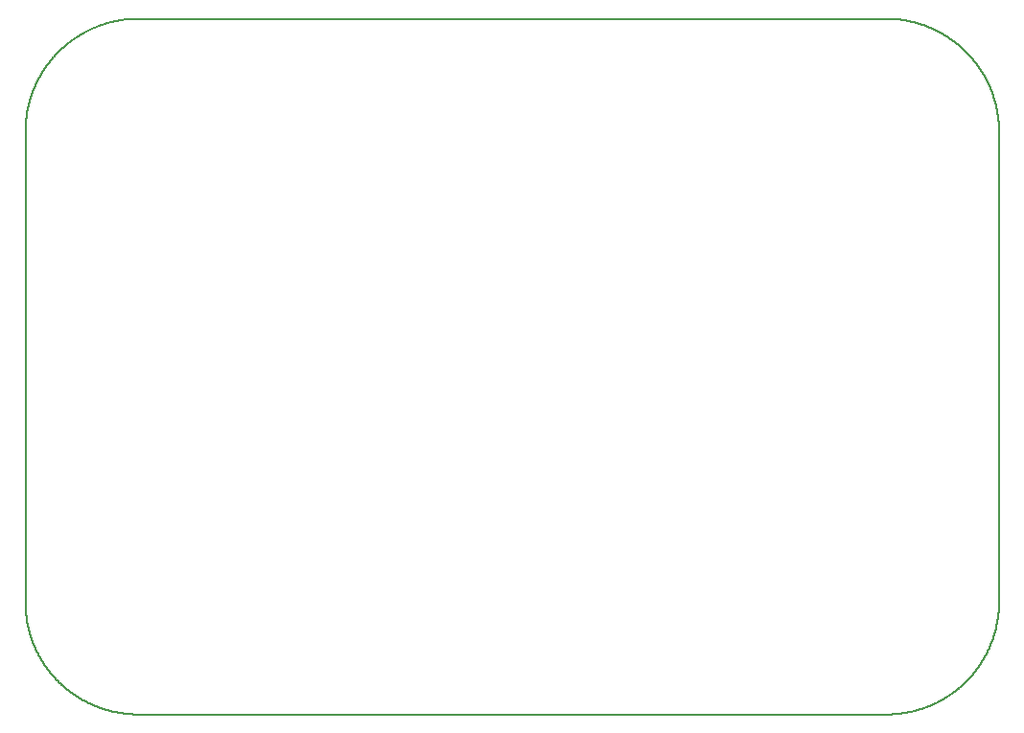
<source format=gm1>
G04 MADE WITH FRITZING*
G04 WWW.FRITZING.ORG*
G04 DOUBLE SIDED*
G04 HOLES PLATED*
G04 CONTOUR ON CENTER OF CONTOUR VECTOR*
%ASAXBY*%
%FSLAX23Y23*%
%MOIN*%
%OFA0B0*%
%SFA1.0B1.0*%
%ADD10C,0.008*%
%LNCONTOUR*%
G90*
G70*
G54D10*
X373Y2421D02*
X374Y2421D01*
X375Y2421D01*
X376Y2421D01*
X377Y2421D01*
X378Y2421D01*
X379Y2421D01*
X380Y2421D01*
X381Y2421D01*
X382Y2421D01*
X383Y2421D01*
X384Y2421D01*
X385Y2421D01*
X386Y2421D01*
X387Y2421D01*
X388Y2421D01*
X389Y2421D01*
X390Y2421D01*
X391Y2421D01*
X392Y2421D01*
X393Y2421D01*
X394Y2421D01*
X395Y2421D01*
X396Y2421D01*
X397Y2421D01*
X398Y2421D01*
X399Y2421D01*
X400Y2421D01*
X401Y2421D01*
X402Y2421D01*
X403Y2421D01*
X404Y2421D01*
X405Y2421D01*
X406Y2421D01*
X407Y2421D01*
X408Y2421D01*
X409Y2421D01*
X410Y2421D01*
X411Y2421D01*
X412Y2421D01*
X413Y2421D01*
X414Y2421D01*
X415Y2421D01*
X416Y2421D01*
X417Y2421D01*
X418Y2421D01*
X419Y2421D01*
X420Y2421D01*
X421Y2421D01*
X422Y2421D01*
X423Y2421D01*
X424Y2421D01*
X425Y2421D01*
X426Y2421D01*
X427Y2421D01*
X428Y2421D01*
X429Y2421D01*
X430Y2421D01*
X431Y2421D01*
X432Y2421D01*
X433Y2421D01*
X434Y2421D01*
X435Y2421D01*
X436Y2421D01*
X437Y2421D01*
X438Y2421D01*
X439Y2421D01*
X440Y2421D01*
X441Y2421D01*
X442Y2421D01*
X443Y2421D01*
X444Y2421D01*
X445Y2421D01*
X446Y2421D01*
X447Y2421D01*
X448Y2421D01*
X449Y2421D01*
X450Y2421D01*
X451Y2421D01*
X452Y2421D01*
X453Y2421D01*
X454Y2421D01*
X455Y2421D01*
X456Y2421D01*
X457Y2421D01*
X458Y2421D01*
X459Y2421D01*
X460Y2421D01*
X461Y2421D01*
X462Y2421D01*
X463Y2421D01*
X464Y2421D01*
X465Y2421D01*
X466Y2421D01*
X467Y2421D01*
X468Y2421D01*
X469Y2421D01*
X470Y2421D01*
X471Y2421D01*
X472Y2421D01*
X473Y2421D01*
X474Y2421D01*
X475Y2421D01*
X476Y2421D01*
X477Y2421D01*
X478Y2421D01*
X479Y2421D01*
X480Y2421D01*
X481Y2421D01*
X482Y2421D01*
X483Y2421D01*
X484Y2421D01*
X485Y2421D01*
X486Y2421D01*
X487Y2421D01*
X488Y2421D01*
X489Y2421D01*
X490Y2421D01*
X491Y2421D01*
X492Y2421D01*
X493Y2421D01*
X494Y2421D01*
X495Y2421D01*
X496Y2421D01*
X497Y2421D01*
X498Y2421D01*
X499Y2421D01*
X500Y2421D01*
X501Y2421D01*
X502Y2421D01*
X503Y2421D01*
X504Y2421D01*
X505Y2421D01*
X506Y2421D01*
X507Y2421D01*
X508Y2421D01*
X509Y2421D01*
X510Y2421D01*
X511Y2421D01*
X512Y2421D01*
X513Y2421D01*
X514Y2421D01*
X515Y2421D01*
X516Y2421D01*
X517Y2421D01*
X518Y2421D01*
X519Y2421D01*
X520Y2421D01*
X521Y2421D01*
X522Y2421D01*
X523Y2421D01*
X524Y2421D01*
X525Y2421D01*
X526Y2421D01*
X527Y2421D01*
X528Y2421D01*
X529Y2421D01*
X530Y2421D01*
X531Y2421D01*
X532Y2421D01*
X533Y2421D01*
X534Y2421D01*
X535Y2421D01*
X536Y2421D01*
X537Y2421D01*
X538Y2421D01*
X539Y2421D01*
X540Y2421D01*
X541Y2421D01*
X542Y2421D01*
X543Y2421D01*
X544Y2421D01*
X545Y2421D01*
X546Y2421D01*
X547Y2421D01*
X548Y2421D01*
X549Y2421D01*
X550Y2421D01*
X551Y2421D01*
X552Y2421D01*
X553Y2421D01*
X554Y2421D01*
X555Y2421D01*
X556Y2421D01*
X557Y2421D01*
X558Y2421D01*
X559Y2421D01*
X560Y2421D01*
X561Y2421D01*
X562Y2421D01*
X563Y2421D01*
X564Y2421D01*
X565Y2421D01*
X566Y2421D01*
X567Y2421D01*
X568Y2421D01*
X569Y2421D01*
X570Y2421D01*
X571Y2421D01*
X572Y2421D01*
X573Y2421D01*
X574Y2421D01*
X575Y2421D01*
X576Y2421D01*
X577Y2421D01*
X578Y2421D01*
X579Y2421D01*
X580Y2421D01*
X581Y2421D01*
X582Y2421D01*
X583Y2421D01*
X584Y2421D01*
X585Y2421D01*
X586Y2421D01*
X587Y2421D01*
X588Y2421D01*
X589Y2421D01*
X590Y2421D01*
X591Y2421D01*
X592Y2421D01*
X593Y2421D01*
X594Y2421D01*
X595Y2421D01*
X596Y2421D01*
X597Y2421D01*
X598Y2421D01*
X599Y2421D01*
X600Y2421D01*
X601Y2421D01*
X602Y2421D01*
X603Y2421D01*
X604Y2421D01*
X605Y2421D01*
X606Y2421D01*
X607Y2421D01*
X608Y2421D01*
X609Y2421D01*
X610Y2421D01*
X611Y2421D01*
X612Y2421D01*
X613Y2421D01*
X614Y2421D01*
X615Y2421D01*
X616Y2421D01*
X617Y2421D01*
X618Y2421D01*
X619Y2421D01*
X620Y2421D01*
X621Y2421D01*
X622Y2421D01*
X623Y2421D01*
X624Y2421D01*
X625Y2421D01*
X626Y2421D01*
X627Y2421D01*
X628Y2421D01*
X629Y2421D01*
X630Y2421D01*
X631Y2421D01*
X632Y2421D01*
X633Y2421D01*
X634Y2421D01*
X635Y2421D01*
X636Y2421D01*
X637Y2421D01*
X638Y2421D01*
X639Y2421D01*
X640Y2421D01*
X641Y2421D01*
X642Y2421D01*
X643Y2421D01*
X644Y2421D01*
X645Y2421D01*
X646Y2421D01*
X647Y2421D01*
X648Y2421D01*
X649Y2421D01*
X650Y2421D01*
X651Y2421D01*
X652Y2421D01*
X653Y2421D01*
X654Y2421D01*
X655Y2421D01*
X656Y2421D01*
X657Y2421D01*
X658Y2421D01*
X659Y2421D01*
X660Y2421D01*
X661Y2421D01*
X662Y2421D01*
X663Y2421D01*
X664Y2421D01*
X665Y2421D01*
X666Y2421D01*
X667Y2421D01*
X668Y2421D01*
X669Y2421D01*
X670Y2421D01*
X671Y2421D01*
X672Y2421D01*
X673Y2421D01*
X674Y2421D01*
X675Y2421D01*
X676Y2421D01*
X677Y2421D01*
X678Y2421D01*
X679Y2421D01*
X680Y2421D01*
X681Y2421D01*
X682Y2421D01*
X683Y2421D01*
X684Y2421D01*
X685Y2421D01*
X686Y2421D01*
X687Y2421D01*
X688Y2421D01*
X689Y2421D01*
X690Y2421D01*
X691Y2421D01*
X692Y2421D01*
X693Y2421D01*
X694Y2421D01*
X695Y2421D01*
X696Y2421D01*
X697Y2421D01*
X698Y2421D01*
X699Y2421D01*
X700Y2421D01*
X701Y2421D01*
X702Y2421D01*
X703Y2421D01*
X704Y2421D01*
X705Y2421D01*
X706Y2421D01*
X707Y2421D01*
X708Y2421D01*
X709Y2421D01*
X710Y2421D01*
X711Y2421D01*
X712Y2421D01*
X713Y2421D01*
X714Y2421D01*
X715Y2421D01*
X716Y2421D01*
X717Y2421D01*
X718Y2421D01*
X719Y2421D01*
X720Y2421D01*
X721Y2421D01*
X722Y2421D01*
X723Y2421D01*
X724Y2421D01*
X725Y2421D01*
X726Y2421D01*
X727Y2421D01*
X728Y2421D01*
X729Y2421D01*
X730Y2421D01*
X731Y2421D01*
X732Y2421D01*
X733Y2421D01*
X734Y2421D01*
X735Y2421D01*
X736Y2421D01*
X737Y2421D01*
X738Y2421D01*
X739Y2421D01*
X740Y2421D01*
X741Y2421D01*
X742Y2421D01*
X743Y2421D01*
X744Y2421D01*
X745Y2421D01*
X746Y2421D01*
X747Y2421D01*
X748Y2421D01*
X749Y2421D01*
X750Y2421D01*
X751Y2421D01*
X752Y2421D01*
X753Y2421D01*
X754Y2421D01*
X755Y2421D01*
X756Y2421D01*
X757Y2421D01*
X758Y2421D01*
X759Y2421D01*
X760Y2421D01*
X761Y2421D01*
X762Y2421D01*
X763Y2421D01*
X764Y2421D01*
X765Y2421D01*
X766Y2421D01*
X767Y2421D01*
X768Y2421D01*
X769Y2421D01*
X770Y2421D01*
X771Y2421D01*
X772Y2421D01*
X773Y2421D01*
X774Y2421D01*
X775Y2421D01*
X776Y2421D01*
X777Y2421D01*
X778Y2421D01*
X779Y2421D01*
X780Y2421D01*
X781Y2421D01*
X782Y2421D01*
X783Y2421D01*
X784Y2421D01*
X785Y2421D01*
X786Y2421D01*
X787Y2421D01*
X788Y2421D01*
X789Y2421D01*
X790Y2421D01*
X791Y2421D01*
X792Y2421D01*
X793Y2421D01*
X794Y2421D01*
X795Y2421D01*
X796Y2421D01*
X797Y2421D01*
X798Y2421D01*
X799Y2421D01*
X800Y2421D01*
X801Y2421D01*
X802Y2421D01*
X803Y2421D01*
X804Y2421D01*
X805Y2421D01*
X806Y2421D01*
X807Y2421D01*
X808Y2421D01*
X809Y2421D01*
X810Y2421D01*
X811Y2421D01*
X812Y2421D01*
X813Y2421D01*
X814Y2421D01*
X815Y2421D01*
X816Y2421D01*
X817Y2421D01*
X818Y2421D01*
X819Y2421D01*
X820Y2421D01*
X821Y2421D01*
X822Y2421D01*
X823Y2421D01*
X824Y2421D01*
X825Y2421D01*
X826Y2421D01*
X827Y2421D01*
X828Y2421D01*
X829Y2421D01*
X830Y2421D01*
X831Y2421D01*
X832Y2421D01*
X833Y2421D01*
X834Y2421D01*
X835Y2421D01*
X836Y2421D01*
X837Y2421D01*
X838Y2421D01*
X839Y2421D01*
X840Y2421D01*
X841Y2421D01*
X842Y2421D01*
X843Y2421D01*
X844Y2421D01*
X845Y2421D01*
X846Y2421D01*
X847Y2421D01*
X848Y2421D01*
X849Y2421D01*
X850Y2421D01*
X851Y2421D01*
X852Y2421D01*
X853Y2421D01*
X854Y2421D01*
X855Y2421D01*
X856Y2421D01*
X857Y2421D01*
X858Y2421D01*
X859Y2421D01*
X860Y2421D01*
X861Y2421D01*
X862Y2421D01*
X863Y2421D01*
X864Y2421D01*
X865Y2421D01*
X866Y2421D01*
X867Y2421D01*
X868Y2421D01*
X869Y2421D01*
X870Y2421D01*
X871Y2421D01*
X872Y2421D01*
X873Y2421D01*
X874Y2421D01*
X875Y2421D01*
X876Y2421D01*
X877Y2421D01*
X878Y2421D01*
X879Y2421D01*
X880Y2421D01*
X881Y2421D01*
X882Y2421D01*
X883Y2421D01*
X884Y2421D01*
X885Y2421D01*
X886Y2421D01*
X887Y2421D01*
X888Y2421D01*
X889Y2421D01*
X890Y2421D01*
X891Y2421D01*
X892Y2421D01*
X893Y2421D01*
X894Y2421D01*
X895Y2421D01*
X896Y2421D01*
X897Y2421D01*
X898Y2421D01*
X899Y2421D01*
X900Y2421D01*
X901Y2421D01*
X902Y2421D01*
X903Y2421D01*
X904Y2421D01*
X905Y2421D01*
X906Y2421D01*
X907Y2421D01*
X908Y2421D01*
X909Y2421D01*
X910Y2421D01*
X911Y2421D01*
X912Y2421D01*
X913Y2421D01*
X914Y2421D01*
X915Y2421D01*
X916Y2421D01*
X917Y2421D01*
X918Y2421D01*
X919Y2421D01*
X920Y2421D01*
X921Y2421D01*
X922Y2421D01*
X923Y2421D01*
X924Y2421D01*
X925Y2421D01*
X926Y2421D01*
X927Y2421D01*
X928Y2421D01*
X929Y2421D01*
X930Y2421D01*
X931Y2421D01*
X932Y2421D01*
X933Y2421D01*
X934Y2421D01*
X935Y2421D01*
X936Y2421D01*
X937Y2421D01*
X938Y2421D01*
X939Y2421D01*
X940Y2421D01*
X941Y2421D01*
X942Y2421D01*
X943Y2421D01*
X944Y2421D01*
X945Y2421D01*
X946Y2421D01*
X947Y2421D01*
X948Y2421D01*
X949Y2421D01*
X950Y2421D01*
X951Y2421D01*
X952Y2421D01*
X953Y2421D01*
X954Y2421D01*
X955Y2421D01*
X956Y2421D01*
X957Y2421D01*
X958Y2421D01*
X959Y2421D01*
X960Y2421D01*
X961Y2421D01*
X962Y2421D01*
X963Y2421D01*
X964Y2421D01*
X965Y2421D01*
X966Y2421D01*
X967Y2421D01*
X968Y2421D01*
X969Y2421D01*
X970Y2421D01*
X971Y2421D01*
X972Y2421D01*
X973Y2421D01*
X974Y2421D01*
X975Y2421D01*
X976Y2421D01*
X977Y2421D01*
X978Y2421D01*
X979Y2421D01*
X980Y2421D01*
X981Y2421D01*
X982Y2421D01*
X983Y2421D01*
X984Y2421D01*
X985Y2421D01*
X986Y2421D01*
X987Y2421D01*
X988Y2421D01*
X989Y2421D01*
X990Y2421D01*
X991Y2421D01*
X992Y2421D01*
X993Y2421D01*
X994Y2421D01*
X995Y2421D01*
X996Y2421D01*
X997Y2421D01*
X998Y2421D01*
X999Y2421D01*
X1000Y2421D01*
X1001Y2421D01*
X1002Y2421D01*
X1003Y2421D01*
X1004Y2421D01*
X1005Y2421D01*
X1006Y2421D01*
X1007Y2421D01*
X1008Y2421D01*
X1009Y2421D01*
X1010Y2421D01*
X1011Y2421D01*
X1012Y2421D01*
X1013Y2421D01*
X1014Y2421D01*
X1015Y2421D01*
X1016Y2421D01*
X1017Y2421D01*
X1018Y2421D01*
X1019Y2421D01*
X1020Y2421D01*
X1021Y2421D01*
X1022Y2421D01*
X1023Y2421D01*
X1024Y2421D01*
X1025Y2421D01*
X1026Y2421D01*
X1027Y2421D01*
X1028Y2421D01*
X1029Y2421D01*
X1030Y2421D01*
X1031Y2421D01*
X1032Y2421D01*
X1033Y2421D01*
X1034Y2421D01*
X1035Y2421D01*
X1036Y2421D01*
X1037Y2421D01*
X1038Y2421D01*
X1039Y2421D01*
X1040Y2421D01*
X1041Y2421D01*
X1042Y2421D01*
X1043Y2421D01*
X1044Y2421D01*
X1045Y2421D01*
X1046Y2421D01*
X1047Y2421D01*
X1048Y2421D01*
X1049Y2421D01*
X1050Y2421D01*
X1051Y2421D01*
X1052Y2421D01*
X1053Y2421D01*
X1054Y2421D01*
X1055Y2421D01*
X1056Y2421D01*
X1057Y2421D01*
X1058Y2421D01*
X1059Y2421D01*
X1060Y2421D01*
X1061Y2421D01*
X1062Y2421D01*
X1063Y2421D01*
X1064Y2421D01*
X1065Y2421D01*
X1066Y2421D01*
X1067Y2421D01*
X1068Y2421D01*
X1069Y2421D01*
X1070Y2421D01*
X1071Y2421D01*
X1072Y2421D01*
X1073Y2421D01*
X1074Y2421D01*
X1075Y2421D01*
X1076Y2421D01*
X1077Y2421D01*
X1078Y2421D01*
X1079Y2421D01*
X1080Y2421D01*
X1081Y2421D01*
X1082Y2421D01*
X1083Y2421D01*
X1084Y2421D01*
X1085Y2421D01*
X1086Y2421D01*
X1087Y2421D01*
X1088Y2421D01*
X1089Y2421D01*
X1090Y2421D01*
X1091Y2421D01*
X1092Y2421D01*
X1093Y2421D01*
X1094Y2421D01*
X1095Y2421D01*
X1096Y2421D01*
X1097Y2421D01*
X1098Y2421D01*
X1099Y2421D01*
X1100Y2421D01*
X1101Y2421D01*
X1102Y2421D01*
X1103Y2421D01*
X1104Y2421D01*
X1105Y2421D01*
X1106Y2421D01*
X1107Y2421D01*
X1108Y2421D01*
X1109Y2421D01*
X1110Y2421D01*
X1111Y2421D01*
X1112Y2421D01*
X1113Y2421D01*
X1114Y2421D01*
X1115Y2421D01*
X1116Y2421D01*
X1117Y2421D01*
X1118Y2421D01*
X1119Y2421D01*
X1120Y2421D01*
X1121Y2421D01*
X1122Y2421D01*
X1123Y2421D01*
X1124Y2421D01*
X1125Y2421D01*
X1126Y2421D01*
X1127Y2421D01*
X1128Y2421D01*
X1129Y2421D01*
X1130Y2421D01*
X1131Y2421D01*
X1132Y2421D01*
X1133Y2421D01*
X1134Y2421D01*
X1135Y2421D01*
X1136Y2421D01*
X1137Y2421D01*
X1138Y2421D01*
X1139Y2421D01*
X1140Y2421D01*
X1141Y2421D01*
X1142Y2421D01*
X1143Y2421D01*
X1144Y2421D01*
X1145Y2421D01*
X1146Y2421D01*
X1147Y2421D01*
X1148Y2421D01*
X1149Y2421D01*
X1150Y2421D01*
X1151Y2421D01*
X1152Y2421D01*
X1153Y2421D01*
X1154Y2421D01*
X1155Y2421D01*
X1156Y2421D01*
X1157Y2421D01*
X1158Y2421D01*
X1159Y2421D01*
X1160Y2421D01*
X1161Y2421D01*
X1162Y2421D01*
X1163Y2421D01*
X1164Y2421D01*
X1165Y2421D01*
X1166Y2421D01*
X1167Y2421D01*
X1168Y2421D01*
X1169Y2421D01*
X1170Y2421D01*
X1171Y2421D01*
X1172Y2421D01*
X1173Y2421D01*
X1174Y2421D01*
X1175Y2421D01*
X1176Y2421D01*
X1177Y2421D01*
X1178Y2421D01*
X1179Y2421D01*
X1180Y2421D01*
X1181Y2421D01*
X1182Y2421D01*
X1183Y2421D01*
X1184Y2421D01*
X1185Y2421D01*
X1186Y2421D01*
X1187Y2421D01*
X1188Y2421D01*
X1189Y2421D01*
X1190Y2421D01*
X1191Y2421D01*
X1192Y2421D01*
X1193Y2421D01*
X1194Y2421D01*
X1195Y2421D01*
X1196Y2421D01*
X1197Y2421D01*
X1198Y2421D01*
X1199Y2421D01*
X1200Y2421D01*
X1201Y2421D01*
X1202Y2421D01*
X1203Y2421D01*
X1204Y2421D01*
X1205Y2421D01*
X1206Y2421D01*
X1207Y2421D01*
X1208Y2421D01*
X1209Y2421D01*
X1210Y2421D01*
X1211Y2421D01*
X1212Y2421D01*
X1213Y2421D01*
X1214Y2421D01*
X1215Y2421D01*
X1216Y2421D01*
X1217Y2421D01*
X1218Y2421D01*
X1219Y2421D01*
X1220Y2421D01*
X1221Y2421D01*
X1222Y2421D01*
X1223Y2421D01*
X1224Y2421D01*
X1225Y2421D01*
X1226Y2421D01*
X1227Y2421D01*
X1228Y2421D01*
X1229Y2421D01*
X1230Y2421D01*
X1231Y2421D01*
X1232Y2421D01*
X1233Y2421D01*
X1234Y2421D01*
X1235Y2421D01*
X1236Y2421D01*
X1237Y2421D01*
X1238Y2421D01*
X1239Y2421D01*
X1240Y2421D01*
X1241Y2421D01*
X1242Y2421D01*
X1243Y2421D01*
X1244Y2421D01*
X1245Y2421D01*
X1246Y2421D01*
X1247Y2421D01*
X1248Y2421D01*
X1249Y2421D01*
X1250Y2421D01*
X1251Y2421D01*
X1252Y2421D01*
X1253Y2421D01*
X1254Y2421D01*
X1255Y2421D01*
X1256Y2421D01*
X1257Y2421D01*
X1258Y2421D01*
X1259Y2421D01*
X1260Y2421D01*
X1261Y2421D01*
X1262Y2421D01*
X1263Y2421D01*
X1264Y2421D01*
X1265Y2421D01*
X1266Y2421D01*
X1267Y2421D01*
X1268Y2421D01*
X1269Y2421D01*
X1270Y2421D01*
X1271Y2421D01*
X1272Y2421D01*
X1273Y2421D01*
X1274Y2421D01*
X1275Y2421D01*
X1276Y2421D01*
X1277Y2421D01*
X1278Y2421D01*
X1279Y2421D01*
X1280Y2421D01*
X1281Y2421D01*
X1282Y2421D01*
X1283Y2421D01*
X1284Y2421D01*
X1285Y2421D01*
X1286Y2421D01*
X1287Y2421D01*
X1288Y2421D01*
X1289Y2421D01*
X1290Y2421D01*
X1291Y2421D01*
X1292Y2421D01*
X1293Y2421D01*
X1294Y2421D01*
X1295Y2421D01*
X1296Y2421D01*
X1297Y2421D01*
X1298Y2421D01*
X1299Y2421D01*
X1300Y2421D01*
X1301Y2421D01*
X1302Y2421D01*
X1303Y2421D01*
X1304Y2421D01*
X1305Y2421D01*
X1306Y2421D01*
X1307Y2421D01*
X1308Y2421D01*
X1309Y2421D01*
X1310Y2421D01*
X1311Y2421D01*
X1312Y2421D01*
X1313Y2421D01*
X1314Y2421D01*
X1315Y2421D01*
X1316Y2421D01*
X1317Y2421D01*
X1318Y2421D01*
X1319Y2421D01*
X1320Y2421D01*
X1321Y2421D01*
X1322Y2421D01*
X1323Y2421D01*
X1324Y2421D01*
X1325Y2421D01*
X1326Y2421D01*
X1327Y2421D01*
X1328Y2421D01*
X1329Y2421D01*
X1330Y2421D01*
X1331Y2421D01*
X1332Y2421D01*
X1333Y2421D01*
X1334Y2421D01*
X1335Y2421D01*
X1336Y2421D01*
X1337Y2421D01*
X1338Y2421D01*
X1339Y2421D01*
X1340Y2421D01*
X1341Y2421D01*
X1342Y2421D01*
X1343Y2421D01*
X1344Y2421D01*
X1345Y2421D01*
X1346Y2421D01*
X1347Y2421D01*
X1348Y2421D01*
X1349Y2421D01*
X1350Y2421D01*
X1351Y2421D01*
X1352Y2421D01*
X1353Y2421D01*
X1354Y2421D01*
X1355Y2421D01*
X1356Y2421D01*
X1357Y2421D01*
X1358Y2421D01*
X1359Y2421D01*
X1360Y2421D01*
X1361Y2421D01*
X1362Y2421D01*
X1363Y2421D01*
X1364Y2421D01*
X1365Y2421D01*
X1366Y2421D01*
X1367Y2421D01*
X1368Y2421D01*
X1369Y2421D01*
X1370Y2421D01*
X1371Y2421D01*
X1372Y2421D01*
X1373Y2421D01*
X1374Y2421D01*
X1375Y2421D01*
X1376Y2421D01*
X1377Y2421D01*
X1378Y2421D01*
X1379Y2421D01*
X1380Y2421D01*
X1381Y2421D01*
X1382Y2421D01*
X1383Y2421D01*
X1384Y2421D01*
X1385Y2421D01*
X1386Y2421D01*
X1387Y2421D01*
X1388Y2421D01*
X1389Y2421D01*
X1390Y2421D01*
X1391Y2421D01*
X1392Y2421D01*
X1393Y2421D01*
X1394Y2421D01*
X1395Y2421D01*
X1396Y2421D01*
X1397Y2421D01*
X1398Y2421D01*
X1399Y2421D01*
X1400Y2421D01*
X1401Y2421D01*
X1402Y2421D01*
X1403Y2421D01*
X1404Y2421D01*
X1405Y2421D01*
X1406Y2421D01*
X1407Y2421D01*
X1408Y2421D01*
X1409Y2421D01*
X1410Y2421D01*
X1411Y2421D01*
X1412Y2421D01*
X1413Y2421D01*
X1414Y2421D01*
X1415Y2421D01*
X1416Y2421D01*
X1417Y2421D01*
X1418Y2421D01*
X1419Y2421D01*
X1420Y2421D01*
X1421Y2421D01*
X1422Y2421D01*
X1423Y2421D01*
X1424Y2421D01*
X1425Y2421D01*
X1426Y2421D01*
X1427Y2421D01*
X1428Y2421D01*
X1429Y2421D01*
X1430Y2421D01*
X1431Y2421D01*
X1432Y2421D01*
X1433Y2421D01*
X1434Y2421D01*
X1435Y2421D01*
X1436Y2421D01*
X1437Y2421D01*
X1438Y2421D01*
X1439Y2421D01*
X1440Y2421D01*
X1441Y2421D01*
X1442Y2421D01*
X1443Y2421D01*
X1444Y2421D01*
X1445Y2421D01*
X1446Y2421D01*
X1447Y2421D01*
X1448Y2421D01*
X1449Y2421D01*
X1450Y2421D01*
X1451Y2421D01*
X1452Y2421D01*
X1453Y2421D01*
X1454Y2421D01*
X1455Y2421D01*
X1456Y2421D01*
X1457Y2421D01*
X1458Y2421D01*
X1459Y2421D01*
X1460Y2421D01*
X1461Y2421D01*
X1462Y2421D01*
X1463Y2421D01*
X1464Y2421D01*
X1465Y2421D01*
X1466Y2421D01*
X1467Y2421D01*
X1468Y2421D01*
X1469Y2421D01*
X1470Y2421D01*
X1471Y2421D01*
X1472Y2421D01*
X1473Y2421D01*
X1474Y2421D01*
X1475Y2421D01*
X1476Y2421D01*
X1477Y2421D01*
X1478Y2421D01*
X1479Y2421D01*
X1480Y2421D01*
X1481Y2421D01*
X1482Y2421D01*
X1483Y2421D01*
X1484Y2421D01*
X1485Y2421D01*
X1486Y2421D01*
X1487Y2421D01*
X1488Y2421D01*
X1489Y2421D01*
X1490Y2421D01*
X1491Y2421D01*
X1492Y2421D01*
X1493Y2421D01*
X1494Y2421D01*
X1495Y2421D01*
X1496Y2421D01*
X1497Y2421D01*
X1498Y2421D01*
X1499Y2421D01*
X1500Y2421D01*
X1501Y2421D01*
X1502Y2421D01*
X1503Y2421D01*
X1504Y2421D01*
X1505Y2421D01*
X1506Y2421D01*
X1507Y2421D01*
X1508Y2421D01*
X1509Y2421D01*
X1510Y2421D01*
X1511Y2421D01*
X1512Y2421D01*
X1513Y2421D01*
X1514Y2421D01*
X1515Y2421D01*
X1516Y2421D01*
X1517Y2421D01*
X1518Y2421D01*
X1519Y2421D01*
X1520Y2421D01*
X1521Y2421D01*
X1522Y2421D01*
X1523Y2421D01*
X1524Y2421D01*
X1525Y2421D01*
X1526Y2421D01*
X1527Y2421D01*
X1528Y2421D01*
X1529Y2421D01*
X1530Y2421D01*
X1531Y2421D01*
X1532Y2421D01*
X1533Y2421D01*
X1534Y2421D01*
X1535Y2421D01*
X1536Y2421D01*
X1537Y2421D01*
X1538Y2421D01*
X1539Y2421D01*
X1540Y2421D01*
X1541Y2421D01*
X1542Y2421D01*
X1543Y2421D01*
X1544Y2421D01*
X1545Y2421D01*
X1546Y2421D01*
X1547Y2421D01*
X1548Y2421D01*
X1549Y2421D01*
X1550Y2421D01*
X1551Y2421D01*
X1552Y2421D01*
X1553Y2421D01*
X1554Y2421D01*
X1555Y2421D01*
X1556Y2421D01*
X1557Y2421D01*
X1558Y2421D01*
X1559Y2421D01*
X1560Y2421D01*
X1561Y2421D01*
X1562Y2421D01*
X1563Y2421D01*
X1564Y2421D01*
X1565Y2421D01*
X1566Y2421D01*
X1567Y2421D01*
X1568Y2421D01*
X1569Y2421D01*
X1570Y2421D01*
X1571Y2421D01*
X1572Y2421D01*
X1573Y2421D01*
X1574Y2421D01*
X1575Y2421D01*
X1576Y2421D01*
X1577Y2421D01*
X1578Y2421D01*
X1579Y2421D01*
X1580Y2421D01*
X1581Y2421D01*
X1582Y2421D01*
X1583Y2421D01*
X1584Y2421D01*
X1585Y2421D01*
X1586Y2421D01*
X1587Y2421D01*
X1588Y2421D01*
X1589Y2421D01*
X1590Y2421D01*
X1591Y2421D01*
X1592Y2421D01*
X1593Y2421D01*
X1594Y2421D01*
X1595Y2421D01*
X1596Y2421D01*
X1597Y2421D01*
X1598Y2421D01*
X1599Y2421D01*
X1600Y2421D01*
X1601Y2421D01*
X1602Y2421D01*
X1603Y2421D01*
X1604Y2421D01*
X1605Y2421D01*
X1606Y2421D01*
X1607Y2421D01*
X1608Y2421D01*
X1609Y2421D01*
X1610Y2421D01*
X1611Y2421D01*
X1612Y2421D01*
X1613Y2421D01*
X1614Y2421D01*
X1615Y2421D01*
X1616Y2421D01*
X1617Y2421D01*
X1618Y2421D01*
X1619Y2421D01*
X1620Y2421D01*
X1621Y2421D01*
X1622Y2421D01*
X1623Y2421D01*
X1624Y2421D01*
X1625Y2421D01*
X1626Y2421D01*
X1627Y2421D01*
X1628Y2421D01*
X1629Y2421D01*
X1630Y2421D01*
X1631Y2421D01*
X1632Y2421D01*
X1633Y2421D01*
X1634Y2421D01*
X1635Y2421D01*
X1636Y2421D01*
X1637Y2421D01*
X1638Y2421D01*
X1639Y2421D01*
X1640Y2421D01*
X1641Y2421D01*
X1642Y2421D01*
X1643Y2421D01*
X1644Y2421D01*
X1645Y2421D01*
X1646Y2421D01*
X1647Y2421D01*
X1648Y2421D01*
X1649Y2421D01*
X1650Y2421D01*
X1651Y2421D01*
X1652Y2421D01*
X1653Y2421D01*
X1654Y2421D01*
X1655Y2421D01*
X1656Y2421D01*
X1657Y2421D01*
X1658Y2421D01*
X1659Y2421D01*
X1660Y2421D01*
X1661Y2421D01*
X1662Y2421D01*
X1663Y2421D01*
X1664Y2421D01*
X1665Y2421D01*
X1666Y2421D01*
X1667Y2421D01*
X1668Y2421D01*
X1669Y2421D01*
X1670Y2421D01*
X1671Y2421D01*
X1672Y2421D01*
X1673Y2421D01*
X1674Y2421D01*
X1675Y2421D01*
X1676Y2421D01*
X1677Y2421D01*
X1678Y2421D01*
X1679Y2421D01*
X1680Y2421D01*
X1681Y2421D01*
X1682Y2421D01*
X1683Y2421D01*
X1684Y2421D01*
X1685Y2421D01*
X1686Y2421D01*
X1687Y2421D01*
X1688Y2421D01*
X1689Y2421D01*
X1690Y2421D01*
X1691Y2421D01*
X1692Y2421D01*
X1693Y2421D01*
X1694Y2421D01*
X1695Y2421D01*
X1696Y2421D01*
X1697Y2421D01*
X1698Y2421D01*
X1699Y2421D01*
X1700Y2421D01*
X1701Y2421D01*
X1702Y2421D01*
X1703Y2421D01*
X1704Y2421D01*
X1705Y2421D01*
X1706Y2421D01*
X1707Y2421D01*
X1708Y2421D01*
X1709Y2421D01*
X1710Y2421D01*
X1711Y2421D01*
X1712Y2421D01*
X1713Y2421D01*
X1714Y2421D01*
X1715Y2421D01*
X1716Y2421D01*
X1717Y2421D01*
X1718Y2421D01*
X1719Y2421D01*
X1720Y2421D01*
X1721Y2421D01*
X1722Y2421D01*
X1723Y2421D01*
X1724Y2421D01*
X1725Y2421D01*
X1726Y2421D01*
X1727Y2421D01*
X1728Y2421D01*
X1729Y2421D01*
X1730Y2421D01*
X1731Y2421D01*
X1732Y2421D01*
X1733Y2421D01*
X1734Y2421D01*
X1735Y2421D01*
X1736Y2421D01*
X1737Y2421D01*
X1738Y2421D01*
X1739Y2421D01*
X1740Y2421D01*
X1741Y2421D01*
X1742Y2421D01*
X1743Y2421D01*
X1744Y2421D01*
X1745Y2421D01*
X1746Y2421D01*
X1747Y2421D01*
X1748Y2421D01*
X1749Y2421D01*
X1750Y2421D01*
X1751Y2421D01*
X1752Y2421D01*
X1753Y2421D01*
X1754Y2421D01*
X1755Y2421D01*
X1756Y2421D01*
X1757Y2421D01*
X1758Y2421D01*
X1759Y2421D01*
X1760Y2421D01*
X1761Y2421D01*
X1762Y2421D01*
X1763Y2421D01*
X1764Y2421D01*
X1765Y2421D01*
X1766Y2421D01*
X1767Y2421D01*
X1768Y2421D01*
X1769Y2421D01*
X1770Y2421D01*
X1771Y2421D01*
X1772Y2421D01*
X1773Y2421D01*
X1774Y2421D01*
X1775Y2421D01*
X1776Y2421D01*
X1777Y2421D01*
X1778Y2421D01*
X1779Y2421D01*
X1780Y2421D01*
X1781Y2421D01*
X1782Y2421D01*
X1783Y2421D01*
X1784Y2421D01*
X1785Y2421D01*
X1786Y2421D01*
X1787Y2421D01*
X1788Y2421D01*
X1789Y2421D01*
X1790Y2421D01*
X1791Y2421D01*
X1792Y2421D01*
X1793Y2421D01*
X1794Y2421D01*
X1795Y2421D01*
X1796Y2421D01*
X1797Y2421D01*
X1798Y2421D01*
X1799Y2421D01*
X1800Y2421D01*
X1801Y2421D01*
X1802Y2421D01*
X1803Y2421D01*
X1804Y2421D01*
X1805Y2421D01*
X1806Y2421D01*
X1807Y2421D01*
X1808Y2421D01*
X1809Y2421D01*
X1810Y2421D01*
X1811Y2421D01*
X1812Y2421D01*
X1813Y2421D01*
X1814Y2421D01*
X1815Y2421D01*
X1816Y2421D01*
X1817Y2421D01*
X1818Y2421D01*
X1819Y2421D01*
X1820Y2421D01*
X1821Y2421D01*
X1822Y2421D01*
X1823Y2421D01*
X1824Y2421D01*
X1825Y2421D01*
X1826Y2421D01*
X1827Y2421D01*
X1828Y2421D01*
X1829Y2421D01*
X1830Y2421D01*
X1831Y2421D01*
X1832Y2421D01*
X1833Y2421D01*
X1834Y2421D01*
X1835Y2421D01*
X1836Y2421D01*
X1837Y2421D01*
X1838Y2421D01*
X1839Y2421D01*
X1840Y2421D01*
X1841Y2421D01*
X1842Y2421D01*
X1843Y2421D01*
X1844Y2421D01*
X1845Y2421D01*
X1846Y2421D01*
X1847Y2421D01*
X1848Y2421D01*
X1849Y2421D01*
X1850Y2421D01*
X1851Y2421D01*
X1852Y2421D01*
X1853Y2421D01*
X1854Y2421D01*
X1855Y2421D01*
X1856Y2421D01*
X1857Y2421D01*
X1858Y2421D01*
X1859Y2421D01*
X1860Y2421D01*
X1861Y2421D01*
X1862Y2421D01*
X1863Y2421D01*
X1864Y2421D01*
X1865Y2421D01*
X1866Y2421D01*
X1867Y2421D01*
X1868Y2421D01*
X1869Y2421D01*
X1870Y2421D01*
X1871Y2421D01*
X1872Y2421D01*
X1873Y2421D01*
X1874Y2421D01*
X1875Y2421D01*
X1876Y2421D01*
X1877Y2421D01*
X1878Y2421D01*
X1879Y2421D01*
X1880Y2421D01*
X1881Y2421D01*
X1882Y2421D01*
X1883Y2421D01*
X1884Y2421D01*
X1885Y2421D01*
X1886Y2421D01*
X1887Y2421D01*
X1888Y2421D01*
X1889Y2421D01*
X1890Y2421D01*
X1891Y2421D01*
X1892Y2421D01*
X1893Y2421D01*
X1894Y2421D01*
X1895Y2421D01*
X1896Y2421D01*
X1897Y2421D01*
X1898Y2421D01*
X1899Y2421D01*
X1900Y2421D01*
X1901Y2421D01*
X1902Y2421D01*
X1903Y2421D01*
X1904Y2421D01*
X1905Y2421D01*
X1906Y2421D01*
X1907Y2421D01*
X1908Y2421D01*
X1909Y2421D01*
X1910Y2421D01*
X1911Y2421D01*
X1912Y2421D01*
X1913Y2421D01*
X1914Y2421D01*
X1915Y2421D01*
X1916Y2421D01*
X1917Y2421D01*
X1918Y2421D01*
X1919Y2421D01*
X1920Y2421D01*
X1921Y2421D01*
X1922Y2421D01*
X1923Y2421D01*
X1924Y2421D01*
X1925Y2421D01*
X1926Y2421D01*
X1927Y2421D01*
X1928Y2421D01*
X1929Y2421D01*
X1930Y2421D01*
X1931Y2421D01*
X1932Y2421D01*
X1933Y2421D01*
X1934Y2421D01*
X1935Y2421D01*
X1936Y2421D01*
X1937Y2421D01*
X1938Y2421D01*
X1939Y2421D01*
X1940Y2421D01*
X1941Y2421D01*
X1942Y2421D01*
X1943Y2421D01*
X1944Y2421D01*
X1945Y2421D01*
X1946Y2421D01*
X1947Y2421D01*
X1948Y2421D01*
X1949Y2421D01*
X1950Y2421D01*
X1951Y2421D01*
X1952Y2421D01*
X1953Y2421D01*
X1954Y2421D01*
X1955Y2421D01*
X1956Y2421D01*
X1957Y2421D01*
X1958Y2421D01*
X1959Y2421D01*
X1960Y2421D01*
X1961Y2421D01*
X1962Y2421D01*
X1963Y2421D01*
X1964Y2421D01*
X1965Y2421D01*
X1966Y2421D01*
X1967Y2421D01*
X1968Y2421D01*
X1969Y2421D01*
X1970Y2421D01*
X1971Y2421D01*
X1972Y2421D01*
X1973Y2421D01*
X1974Y2421D01*
X1975Y2421D01*
X1976Y2421D01*
X1977Y2421D01*
X1978Y2421D01*
X1979Y2421D01*
X1980Y2421D01*
X1981Y2421D01*
X1982Y2421D01*
X1983Y2421D01*
X1984Y2421D01*
X1985Y2421D01*
X1986Y2421D01*
X1987Y2421D01*
X1988Y2421D01*
X1989Y2421D01*
X1990Y2421D01*
X1991Y2421D01*
X1992Y2421D01*
X1993Y2421D01*
X1994Y2421D01*
X1995Y2421D01*
X1996Y2421D01*
X1997Y2421D01*
X1998Y2421D01*
X1999Y2421D01*
X2000Y2421D01*
X2001Y2421D01*
X2002Y2421D01*
X2003Y2421D01*
X2004Y2421D01*
X2005Y2421D01*
X2006Y2421D01*
X2007Y2421D01*
X2008Y2421D01*
X2009Y2421D01*
X2010Y2421D01*
X2011Y2421D01*
X2012Y2421D01*
X2013Y2421D01*
X2014Y2421D01*
X2015Y2421D01*
X2016Y2421D01*
X2017Y2421D01*
X2018Y2421D01*
X2019Y2421D01*
X2020Y2421D01*
X2021Y2421D01*
X2022Y2421D01*
X2023Y2421D01*
X2024Y2421D01*
X2025Y2421D01*
X2026Y2421D01*
X2027Y2421D01*
X2028Y2421D01*
X2029Y2421D01*
X2030Y2421D01*
X2031Y2421D01*
X2032Y2421D01*
X2033Y2421D01*
X2034Y2421D01*
X2035Y2421D01*
X2036Y2421D01*
X2037Y2421D01*
X2038Y2421D01*
X2039Y2421D01*
X2040Y2421D01*
X2041Y2421D01*
X2042Y2421D01*
X2043Y2421D01*
X2044Y2421D01*
X2045Y2421D01*
X2046Y2421D01*
X2047Y2421D01*
X2048Y2421D01*
X2049Y2421D01*
X2050Y2421D01*
X2051Y2421D01*
X2052Y2421D01*
X2053Y2421D01*
X2054Y2421D01*
X2055Y2421D01*
X2056Y2421D01*
X2057Y2421D01*
X2058Y2421D01*
X2059Y2421D01*
X2060Y2421D01*
X2061Y2421D01*
X2062Y2421D01*
X2063Y2421D01*
X2064Y2421D01*
X2065Y2421D01*
X2066Y2421D01*
X2067Y2421D01*
X2068Y2421D01*
X2069Y2421D01*
X2070Y2421D01*
X2071Y2421D01*
X2072Y2421D01*
X2073Y2421D01*
X2074Y2421D01*
X2075Y2421D01*
X2076Y2421D01*
X2077Y2421D01*
X2078Y2421D01*
X2079Y2421D01*
X2080Y2421D01*
X2081Y2421D01*
X2082Y2421D01*
X2083Y2421D01*
X2084Y2421D01*
X2085Y2421D01*
X2086Y2421D01*
X2087Y2421D01*
X2088Y2421D01*
X2089Y2421D01*
X2090Y2421D01*
X2091Y2421D01*
X2092Y2421D01*
X2093Y2421D01*
X2094Y2421D01*
X2095Y2421D01*
X2096Y2421D01*
X2097Y2421D01*
X2098Y2421D01*
X2099Y2421D01*
X2100Y2421D01*
X2101Y2421D01*
X2102Y2421D01*
X2103Y2421D01*
X2104Y2421D01*
X2105Y2421D01*
X2106Y2421D01*
X2107Y2421D01*
X2108Y2421D01*
X2109Y2421D01*
X2110Y2421D01*
X2111Y2421D01*
X2112Y2421D01*
X2113Y2421D01*
X2114Y2421D01*
X2115Y2421D01*
X2116Y2421D01*
X2117Y2421D01*
X2118Y2421D01*
X2119Y2421D01*
X2120Y2421D01*
X2121Y2421D01*
X2122Y2421D01*
X2123Y2421D01*
X2124Y2421D01*
X2125Y2421D01*
X2126Y2421D01*
X2127Y2421D01*
X2128Y2421D01*
X2129Y2421D01*
X2130Y2421D01*
X2131Y2421D01*
X2132Y2421D01*
X2133Y2421D01*
X2134Y2421D01*
X2135Y2421D01*
X2136Y2421D01*
X2137Y2421D01*
X2138Y2421D01*
X2139Y2421D01*
X2140Y2421D01*
X2141Y2421D01*
X2142Y2421D01*
X2143Y2421D01*
X2144Y2421D01*
X2145Y2421D01*
X2146Y2421D01*
X2147Y2421D01*
X2148Y2421D01*
X2149Y2421D01*
X2150Y2421D01*
X2151Y2421D01*
X2152Y2421D01*
X2153Y2421D01*
X2154Y2421D01*
X2155Y2421D01*
X2156Y2421D01*
X2157Y2421D01*
X2158Y2421D01*
X2159Y2421D01*
X2160Y2421D01*
X2161Y2421D01*
X2162Y2421D01*
X2163Y2421D01*
X2164Y2421D01*
X2165Y2421D01*
X2166Y2421D01*
X2167Y2421D01*
X2168Y2421D01*
X2169Y2421D01*
X2170Y2421D01*
X2171Y2421D01*
X2172Y2421D01*
X2173Y2421D01*
X2174Y2421D01*
X2175Y2421D01*
X2176Y2421D01*
X2177Y2421D01*
X2178Y2421D01*
X2179Y2421D01*
X2180Y2421D01*
X2181Y2421D01*
X2182Y2421D01*
X2183Y2421D01*
X2184Y2421D01*
X2185Y2421D01*
X2186Y2421D01*
X2187Y2421D01*
X2188Y2421D01*
X2189Y2421D01*
X2190Y2421D01*
X2191Y2421D01*
X2192Y2421D01*
X2193Y2421D01*
X2194Y2421D01*
X2195Y2421D01*
X2196Y2421D01*
X2197Y2421D01*
X2198Y2421D01*
X2199Y2421D01*
X2200Y2421D01*
X2201Y2421D01*
X2202Y2421D01*
X2203Y2421D01*
X2204Y2421D01*
X2205Y2421D01*
X2206Y2421D01*
X2207Y2421D01*
X2208Y2421D01*
X2209Y2421D01*
X2210Y2421D01*
X2211Y2421D01*
X2212Y2421D01*
X2213Y2421D01*
X2214Y2421D01*
X2215Y2421D01*
X2216Y2421D01*
X2217Y2421D01*
X2218Y2421D01*
X2219Y2421D01*
X2220Y2421D01*
X2221Y2421D01*
X2222Y2421D01*
X2223Y2421D01*
X2224Y2421D01*
X2225Y2421D01*
X2226Y2421D01*
X2227Y2421D01*
X2228Y2421D01*
X2229Y2421D01*
X2230Y2421D01*
X2231Y2421D01*
X2232Y2421D01*
X2233Y2421D01*
X2234Y2421D01*
X2235Y2421D01*
X2236Y2421D01*
X2237Y2421D01*
X2238Y2421D01*
X2239Y2421D01*
X2240Y2421D01*
X2241Y2421D01*
X2242Y2421D01*
X2243Y2421D01*
X2244Y2421D01*
X2245Y2421D01*
X2246Y2421D01*
X2247Y2421D01*
X2248Y2421D01*
X2249Y2421D01*
X2250Y2421D01*
X2251Y2421D01*
X2252Y2421D01*
X2253Y2421D01*
X2254Y2421D01*
X2255Y2421D01*
X2256Y2421D01*
X2257Y2421D01*
X2258Y2421D01*
X2259Y2421D01*
X2260Y2421D01*
X2261Y2421D01*
X2262Y2421D01*
X2263Y2421D01*
X2264Y2421D01*
X2265Y2421D01*
X2266Y2421D01*
X2267Y2421D01*
X2268Y2421D01*
X2269Y2421D01*
X2270Y2421D01*
X2271Y2421D01*
X2272Y2421D01*
X2273Y2421D01*
X2274Y2421D01*
X2275Y2421D01*
X2276Y2421D01*
X2277Y2421D01*
X2278Y2421D01*
X2279Y2421D01*
X2280Y2421D01*
X2281Y2421D01*
X2282Y2421D01*
X2283Y2421D01*
X2284Y2421D01*
X2285Y2421D01*
X2286Y2421D01*
X2287Y2421D01*
X2288Y2421D01*
X2289Y2421D01*
X2290Y2421D01*
X2291Y2421D01*
X2292Y2421D01*
X2293Y2421D01*
X2294Y2421D01*
X2295Y2421D01*
X2296Y2421D01*
X2297Y2421D01*
X2298Y2421D01*
X2299Y2421D01*
X2300Y2421D01*
X2301Y2421D01*
X2302Y2421D01*
X2303Y2421D01*
X2304Y2421D01*
X2305Y2421D01*
X2306Y2421D01*
X2307Y2421D01*
X2308Y2421D01*
X2309Y2421D01*
X2310Y2421D01*
X2311Y2421D01*
X2312Y2421D01*
X2313Y2421D01*
X2314Y2421D01*
X2315Y2421D01*
X2316Y2421D01*
X2317Y2421D01*
X2318Y2421D01*
X2319Y2421D01*
X2320Y2421D01*
X2321Y2421D01*
X2322Y2421D01*
X2323Y2421D01*
X2324Y2421D01*
X2325Y2421D01*
X2326Y2421D01*
X2327Y2421D01*
X2328Y2421D01*
X2329Y2421D01*
X2330Y2421D01*
X2331Y2421D01*
X2332Y2421D01*
X2333Y2421D01*
X2334Y2421D01*
X2335Y2421D01*
X2336Y2421D01*
X2337Y2421D01*
X2338Y2421D01*
X2339Y2421D01*
X2340Y2421D01*
X2341Y2421D01*
X2342Y2421D01*
X2343Y2421D01*
X2344Y2421D01*
X2345Y2421D01*
X2346Y2421D01*
X2347Y2421D01*
X2348Y2421D01*
X2349Y2421D01*
X2350Y2421D01*
X2351Y2421D01*
X2352Y2421D01*
X2353Y2421D01*
X2354Y2421D01*
X2355Y2421D01*
X2356Y2421D01*
X2357Y2421D01*
X2358Y2421D01*
X2359Y2421D01*
X2360Y2421D01*
X2361Y2421D01*
X2362Y2421D01*
X2363Y2421D01*
X2364Y2421D01*
X2365Y2421D01*
X2366Y2421D01*
X2367Y2421D01*
X2368Y2421D01*
X2369Y2421D01*
X2370Y2421D01*
X2371Y2421D01*
X2372Y2421D01*
X2373Y2421D01*
X2374Y2421D01*
X2375Y2421D01*
X2376Y2421D01*
X2377Y2421D01*
X2378Y2421D01*
X2379Y2421D01*
X2380Y2421D01*
X2381Y2421D01*
X2382Y2421D01*
X2383Y2421D01*
X2384Y2421D01*
X2385Y2421D01*
X2386Y2421D01*
X2387Y2421D01*
X2388Y2421D01*
X2389Y2421D01*
X2390Y2421D01*
X2391Y2421D01*
X2392Y2421D01*
X2393Y2421D01*
X2394Y2421D01*
X2395Y2421D01*
X2396Y2421D01*
X2397Y2421D01*
X2398Y2421D01*
X2399Y2421D01*
X2400Y2421D01*
X2401Y2421D01*
X2402Y2421D01*
X2403Y2421D01*
X2404Y2421D01*
X2405Y2421D01*
X2406Y2421D01*
X2407Y2421D01*
X2408Y2421D01*
X2409Y2421D01*
X2410Y2421D01*
X2411Y2421D01*
X2412Y2421D01*
X2413Y2421D01*
X2414Y2421D01*
X2415Y2421D01*
X2416Y2421D01*
X2417Y2421D01*
X2418Y2421D01*
X2419Y2421D01*
X2420Y2421D01*
X2421Y2421D01*
X2422Y2421D01*
X2423Y2421D01*
X2424Y2421D01*
X2425Y2421D01*
X2426Y2421D01*
X2427Y2421D01*
X2428Y2421D01*
X2429Y2421D01*
X2430Y2421D01*
X2431Y2421D01*
X2432Y2421D01*
X2433Y2421D01*
X2434Y2421D01*
X2435Y2421D01*
X2436Y2421D01*
X2437Y2421D01*
X2438Y2421D01*
X2439Y2421D01*
X2440Y2421D01*
X2441Y2421D01*
X2442Y2421D01*
X2443Y2421D01*
X2444Y2421D01*
X2445Y2421D01*
X2446Y2421D01*
X2447Y2421D01*
X2448Y2421D01*
X2449Y2421D01*
X2450Y2421D01*
X2451Y2421D01*
X2452Y2421D01*
X2453Y2421D01*
X2454Y2421D01*
X2455Y2421D01*
X2456Y2421D01*
X2457Y2421D01*
X2458Y2421D01*
X2459Y2421D01*
X2460Y2421D01*
X2461Y2421D01*
X2462Y2421D01*
X2463Y2421D01*
X2464Y2421D01*
X2465Y2421D01*
X2466Y2421D01*
X2467Y2421D01*
X2468Y2421D01*
X2469Y2421D01*
X2470Y2421D01*
X2471Y2421D01*
X2472Y2421D01*
X2473Y2421D01*
X2474Y2421D01*
X2475Y2421D01*
X2476Y2421D01*
X2477Y2421D01*
X2478Y2421D01*
X2479Y2421D01*
X2480Y2421D01*
X2481Y2421D01*
X2482Y2421D01*
X2483Y2421D01*
X2484Y2421D01*
X2485Y2421D01*
X2486Y2421D01*
X2487Y2421D01*
X2488Y2421D01*
X2489Y2421D01*
X2490Y2421D01*
X2491Y2421D01*
X2492Y2421D01*
X2493Y2421D01*
X2494Y2421D01*
X2495Y2421D01*
X2496Y2421D01*
X2497Y2421D01*
X2498Y2421D01*
X2499Y2421D01*
X2500Y2421D01*
X2501Y2421D01*
X2502Y2421D01*
X2503Y2421D01*
X2504Y2421D01*
X2505Y2421D01*
X2506Y2421D01*
X2507Y2421D01*
X2508Y2421D01*
X2509Y2421D01*
X2510Y2421D01*
X2511Y2421D01*
X2512Y2421D01*
X2513Y2421D01*
X2514Y2421D01*
X2515Y2421D01*
X2516Y2421D01*
X2517Y2421D01*
X2518Y2421D01*
X2519Y2421D01*
X2520Y2421D01*
X2521Y2421D01*
X2522Y2421D01*
X2523Y2421D01*
X2524Y2421D01*
X2525Y2421D01*
X2526Y2421D01*
X2527Y2421D01*
X2528Y2421D01*
X2529Y2421D01*
X2530Y2421D01*
X2531Y2421D01*
X2532Y2421D01*
X2533Y2421D01*
X2534Y2421D01*
X2535Y2421D01*
X2536Y2421D01*
X2537Y2421D01*
X2538Y2421D01*
X2539Y2421D01*
X2540Y2421D01*
X2541Y2421D01*
X2542Y2421D01*
X2543Y2421D01*
X2544Y2421D01*
X2545Y2421D01*
X2546Y2421D01*
X2547Y2421D01*
X2548Y2421D01*
X2549Y2421D01*
X2550Y2421D01*
X2551Y2421D01*
X2552Y2421D01*
X2553Y2421D01*
X2554Y2421D01*
X2555Y2421D01*
X2556Y2421D01*
X2557Y2421D01*
X2558Y2421D01*
X2559Y2421D01*
X2560Y2421D01*
X2561Y2421D01*
X2562Y2421D01*
X2563Y2421D01*
X2564Y2421D01*
X2565Y2421D01*
X2566Y2421D01*
X2567Y2421D01*
X2568Y2421D01*
X2569Y2421D01*
X2570Y2421D01*
X2571Y2421D01*
X2572Y2421D01*
X2573Y2421D01*
X2574Y2421D01*
X2575Y2421D01*
X2576Y2421D01*
X2577Y2421D01*
X2578Y2421D01*
X2579Y2421D01*
X2580Y2421D01*
X2581Y2421D01*
X2582Y2421D01*
X2583Y2421D01*
X2584Y2421D01*
X2585Y2421D01*
X2586Y2421D01*
X2587Y2421D01*
X2588Y2421D01*
X2589Y2421D01*
X2590Y2421D01*
X2591Y2421D01*
X2592Y2421D01*
X2593Y2421D01*
X2594Y2421D01*
X2595Y2421D01*
X2596Y2421D01*
X2597Y2421D01*
X2598Y2421D01*
X2599Y2421D01*
X2600Y2421D01*
X2601Y2421D01*
X2602Y2421D01*
X2603Y2421D01*
X2604Y2421D01*
X2605Y2421D01*
X2606Y2421D01*
X2607Y2421D01*
X2608Y2421D01*
X2609Y2421D01*
X2610Y2421D01*
X2611Y2421D01*
X2612Y2421D01*
X2613Y2421D01*
X2614Y2421D01*
X2615Y2421D01*
X2616Y2421D01*
X2617Y2421D01*
X2618Y2421D01*
X2619Y2421D01*
X2620Y2421D01*
X2621Y2421D01*
X2622Y2421D01*
X2623Y2421D01*
X2624Y2421D01*
X2625Y2421D01*
X2626Y2421D01*
X2627Y2421D01*
X2628Y2421D01*
X2629Y2421D01*
X2630Y2421D01*
X2631Y2421D01*
X2632Y2421D01*
X2633Y2421D01*
X2634Y2421D01*
X2635Y2421D01*
X2636Y2421D01*
X2637Y2421D01*
X2638Y2421D01*
X2639Y2421D01*
X2640Y2421D01*
X2641Y2421D01*
X2642Y2421D01*
X2643Y2421D01*
X2644Y2421D01*
X2645Y2421D01*
X2646Y2421D01*
X2647Y2421D01*
X2648Y2421D01*
X2649Y2421D01*
X2650Y2421D01*
X2651Y2421D01*
X2652Y2421D01*
X2653Y2421D01*
X2654Y2421D01*
X2655Y2421D01*
X2656Y2421D01*
X2657Y2421D01*
X2658Y2421D01*
X2659Y2421D01*
X2660Y2421D01*
X2661Y2421D01*
X2662Y2421D01*
X2663Y2421D01*
X2664Y2421D01*
X2665Y2421D01*
X2666Y2421D01*
X2667Y2421D01*
X2668Y2421D01*
X2669Y2421D01*
X2670Y2421D01*
X2671Y2421D01*
X2672Y2421D01*
X2673Y2421D01*
X2674Y2421D01*
X2675Y2421D01*
X2676Y2421D01*
X2677Y2421D01*
X2678Y2421D01*
X2679Y2421D01*
X2680Y2421D01*
X2681Y2421D01*
X2682Y2421D01*
X2683Y2421D01*
X2684Y2421D01*
X2685Y2421D01*
X2686Y2421D01*
X2687Y2421D01*
X2688Y2421D01*
X2689Y2421D01*
X2690Y2421D01*
X2691Y2421D01*
X2692Y2421D01*
X2693Y2421D01*
X2694Y2421D01*
X2695Y2421D01*
X2696Y2421D01*
X2697Y2421D01*
X2698Y2421D01*
X2699Y2421D01*
X2700Y2421D01*
X2701Y2421D01*
X2702Y2421D01*
X2703Y2421D01*
X2704Y2421D01*
X2705Y2421D01*
X2706Y2421D01*
X2707Y2421D01*
X2708Y2421D01*
X2709Y2421D01*
X2710Y2421D01*
X2711Y2421D01*
X2712Y2421D01*
X2713Y2421D01*
X2714Y2421D01*
X2715Y2421D01*
X2716Y2421D01*
X2717Y2421D01*
X2718Y2421D01*
X2719Y2421D01*
X2720Y2421D01*
X2721Y2421D01*
X2722Y2421D01*
X2723Y2421D01*
X2724Y2421D01*
X2725Y2421D01*
X2726Y2421D01*
X2727Y2421D01*
X2728Y2421D01*
X2729Y2421D01*
X2730Y2421D01*
X2731Y2421D01*
X2732Y2421D01*
X2733Y2421D01*
X2734Y2421D01*
X2735Y2421D01*
X2736Y2421D01*
X2737Y2421D01*
X2738Y2421D01*
X2739Y2421D01*
X2740Y2421D01*
X2741Y2421D01*
X2742Y2421D01*
X2743Y2421D01*
X2744Y2421D01*
X2745Y2421D01*
X2746Y2421D01*
X2747Y2421D01*
X2748Y2421D01*
X2749Y2421D01*
X2750Y2421D01*
X2751Y2421D01*
X2752Y2421D01*
X2753Y2421D01*
X2754Y2421D01*
X2755Y2421D01*
X2756Y2421D01*
X2757Y2421D01*
X2758Y2421D01*
X2759Y2421D01*
X2760Y2421D01*
X2761Y2421D01*
X2762Y2421D01*
X2763Y2421D01*
X2764Y2421D01*
X2765Y2421D01*
X2766Y2421D01*
X2767Y2421D01*
X2768Y2421D01*
X2769Y2421D01*
X2770Y2421D01*
X2771Y2421D01*
X2772Y2421D01*
X2773Y2421D01*
X2774Y2421D01*
X2775Y2421D01*
X2776Y2421D01*
X2777Y2421D01*
X2778Y2421D01*
X2779Y2421D01*
X2780Y2421D01*
X2781Y2421D01*
X2782Y2421D01*
X2783Y2421D01*
X2784Y2421D01*
X2785Y2421D01*
X2786Y2421D01*
X2787Y2421D01*
X2788Y2421D01*
X2789Y2421D01*
X2790Y2421D01*
X2791Y2421D01*
X2792Y2421D01*
X2793Y2421D01*
X2794Y2421D01*
X2795Y2421D01*
X2796Y2421D01*
X2797Y2421D01*
X2798Y2421D01*
X2799Y2421D01*
X2800Y2421D01*
X2801Y2421D01*
X2802Y2421D01*
X2803Y2421D01*
X2804Y2421D01*
X2805Y2421D01*
X2806Y2421D01*
X2807Y2421D01*
X2808Y2421D01*
X2809Y2421D01*
X2810Y2421D01*
X2811Y2421D01*
X2812Y2421D01*
X2813Y2421D01*
X2814Y2421D01*
X2815Y2421D01*
X2816Y2421D01*
X2817Y2421D01*
X2818Y2421D01*
X2819Y2421D01*
X2820Y2421D01*
X2821Y2421D01*
X2822Y2421D01*
X2823Y2421D01*
X2824Y2421D01*
X2825Y2421D01*
X2826Y2421D01*
X2827Y2421D01*
X2828Y2421D01*
X2829Y2421D01*
X2830Y2421D01*
X2831Y2421D01*
X2832Y2421D01*
X2833Y2421D01*
X2834Y2421D01*
X2835Y2421D01*
X2836Y2421D01*
X2837Y2421D01*
X2838Y2421D01*
X2839Y2421D01*
X2840Y2421D01*
X2841Y2421D01*
X2842Y2421D01*
X2843Y2421D01*
X2844Y2421D01*
X2845Y2421D01*
X2846Y2421D01*
X2847Y2421D01*
X2848Y2421D01*
X2849Y2421D01*
X2850Y2421D01*
X2851Y2421D01*
X2852Y2421D01*
X2853Y2421D01*
X2854Y2421D01*
X2855Y2421D01*
X2856Y2421D01*
X2857Y2421D01*
X2858Y2421D01*
X2859Y2421D01*
X2860Y2421D01*
X2861Y2421D01*
X2862Y2421D01*
X2863Y2421D01*
X2864Y2421D01*
X2865Y2421D01*
X2866Y2421D01*
X2867Y2421D01*
X2868Y2421D01*
X2869Y2421D01*
X2870Y2421D01*
X2871Y2421D01*
X2872Y2421D01*
X2873Y2421D01*
X2874Y2421D01*
X2875Y2421D01*
X2876Y2421D01*
X2877Y2421D01*
X2878Y2421D01*
X2879Y2421D01*
X2880Y2421D01*
X2881Y2421D01*
X2882Y2421D01*
X2883Y2421D01*
X2884Y2421D01*
X2885Y2421D01*
X2886Y2421D01*
X2887Y2421D01*
X2888Y2421D01*
X2889Y2421D01*
X2890Y2421D01*
X2891Y2421D01*
X2892Y2421D01*
X2893Y2421D01*
X2894Y2421D01*
X2895Y2421D01*
X2896Y2421D01*
X2897Y2421D01*
X2898Y2421D01*
X2899Y2421D01*
X2900Y2421D01*
X2901Y2421D01*
X2902Y2421D01*
X2903Y2421D01*
X2904Y2421D01*
X2905Y2421D01*
X2906Y2421D01*
X2907Y2421D01*
X2908Y2421D01*
X2909Y2421D01*
X2910Y2421D01*
X2911Y2421D01*
X2912Y2421D01*
X2913Y2421D01*
X2914Y2421D01*
X2915Y2421D01*
X2916Y2421D01*
X2917Y2421D01*
X2918Y2421D01*
X2919Y2421D01*
X2920Y2421D01*
X2921Y2421D01*
X2922Y2421D01*
X2923Y2421D01*
X2924Y2421D01*
X2925Y2421D01*
X2926Y2421D01*
X2927Y2421D01*
X2928Y2421D01*
X2929Y2421D01*
X2930Y2421D01*
X2931Y2421D01*
X2932Y2421D01*
X2933Y2421D01*
X2934Y2421D01*
X2935Y2421D01*
X2936Y2421D01*
X2937Y2421D01*
X2938Y2421D01*
X2939Y2421D01*
X2940Y2421D01*
X2941Y2421D01*
X2942Y2421D01*
X2943Y2421D01*
X2944Y2421D01*
X2945Y2421D01*
X2946Y2421D01*
X2947Y2421D01*
X2948Y2421D01*
X2949Y2421D01*
X2950Y2421D01*
X2951Y2421D01*
X2952Y2421D01*
X2953Y2421D01*
X2954Y2421D01*
X2955Y2421D01*
X2956Y2421D01*
X2957Y2421D01*
X2958Y2421D01*
X2959Y2421D01*
X2960Y2421D01*
X2961Y2421D01*
X2962Y2421D01*
X2963Y2421D01*
X2964Y2421D01*
X2965Y2421D01*
X2966Y2421D01*
X2967Y2421D01*
X2968Y2421D01*
X2969Y2421D01*
X2970Y2421D01*
X2971Y2421D01*
X2972Y2421D01*
X2973Y2421D01*
X2974Y2421D01*
X2975Y2421D01*
X2976Y2421D01*
X2977Y2421D01*
X2978Y2421D01*
X2979Y2421D01*
X2980Y2421D01*
X2981Y2421D01*
X2982Y2421D01*
X2983Y2421D01*
X2984Y2421D01*
X2985Y2421D01*
X2986Y2421D01*
X2987Y2421D01*
X2988Y2421D01*
X2989Y2421D01*
X2990Y2421D01*
X2991Y2421D01*
X2992Y2421D01*
X2993Y2421D01*
X2994Y2421D01*
X2995Y2421D01*
X2996Y2421D01*
X2997Y2421D01*
X2998Y2421D01*
X2999Y2421D01*
X3000Y2421D01*
X3001Y2421D01*
X3002Y2421D01*
X3003Y2421D01*
X3004Y2421D01*
X3005Y2421D01*
X3006Y2421D01*
X3007Y2421D01*
X3008Y2421D01*
X3009Y2421D01*
X3010Y2421D01*
X3011Y2421D01*
X3012Y2420D01*
X3013Y2420D01*
X3014Y2420D01*
X3015Y2420D01*
X3016Y2420D01*
X3017Y2420D01*
X3018Y2420D01*
X3019Y2420D01*
X3020Y2420D01*
X3021Y2420D01*
X3022Y2420D01*
X3023Y2420D01*
X3024Y2420D01*
X3025Y2420D01*
X3026Y2420D01*
X3027Y2419D01*
X3028Y2419D01*
X3029Y2419D01*
X3030Y2419D01*
X3031Y2419D01*
X3032Y2419D01*
X3033Y2419D01*
X3034Y2419D01*
X3035Y2419D01*
X3036Y2419D01*
X3037Y2418D01*
X3038Y2418D01*
X3039Y2418D01*
X3040Y2418D01*
X3041Y2418D01*
X3042Y2418D01*
X3043Y2418D01*
X3044Y2418D01*
X3045Y2417D01*
X3046Y2417D01*
X3047Y2417D01*
X3048Y2417D01*
X3049Y2417D01*
X3050Y2417D01*
X3051Y2417D01*
X3052Y2416D01*
X3053Y2416D01*
X3054Y2416D01*
X3055Y2416D01*
X3056Y2416D01*
X3057Y2416D01*
X3058Y2415D01*
X3059Y2415D01*
X3060Y2415D01*
X3061Y2415D01*
X3062Y2415D01*
X3063Y2415D01*
X3064Y2414D01*
X3065Y2414D01*
X3066Y2414D01*
X3067Y2414D01*
X3068Y2414D01*
X3069Y2413D01*
X3070Y2413D01*
X3071Y2413D01*
X3072Y2413D01*
X3073Y2413D01*
X3074Y2412D01*
X3075Y2412D01*
X3076Y2412D01*
X3077Y2412D01*
X3078Y2412D01*
X3079Y2411D01*
X3080Y2411D01*
X3081Y2411D01*
X3082Y2411D01*
X3083Y2410D01*
X3084Y2410D01*
X3085Y2410D01*
X3086Y2410D01*
X3087Y2409D01*
X3088Y2409D01*
X3089Y2409D01*
X3090Y2409D01*
X3091Y2408D01*
X3092Y2408D01*
X3093Y2408D01*
X3094Y2408D01*
X3095Y2407D01*
X3096Y2407D01*
X3097Y2407D01*
X3098Y2407D01*
X3099Y2406D01*
X3100Y2406D01*
X3101Y2406D01*
X3102Y2405D01*
X3103Y2405D01*
X3104Y2405D01*
X3105Y2405D01*
X3106Y2404D01*
X3107Y2404D01*
X3108Y2404D01*
X3109Y2403D01*
X3110Y2403D01*
X3111Y2403D01*
X3112Y2402D01*
X3113Y2402D01*
X3114Y2402D01*
X3115Y2401D01*
X3116Y2401D01*
X3117Y2401D01*
X3118Y2400D01*
X3119Y2400D01*
X3120Y2400D01*
X3121Y2399D01*
X3122Y2399D01*
X3123Y2399D01*
X3124Y2398D01*
X3125Y2398D01*
X3126Y2398D01*
X3127Y2397D01*
X3128Y2397D01*
X3129Y2396D01*
X3130Y2396D01*
X3131Y2396D01*
X3132Y2395D01*
X3133Y2395D01*
X3134Y2395D01*
X3135Y2394D01*
X3136Y2394D01*
X3137Y2393D01*
X3138Y2393D01*
X3139Y2393D01*
X3140Y2392D01*
X3141Y2392D01*
X3142Y2391D01*
X3143Y2391D01*
X3144Y2391D01*
X3145Y2390D01*
X3146Y2390D01*
X3147Y2389D01*
X3148Y2389D01*
X3149Y2388D01*
X3150Y2388D01*
X3151Y2388D01*
X3152Y2387D01*
X3153Y2387D01*
X3154Y2386D01*
X3155Y2386D01*
X3156Y2385D01*
X3157Y2385D01*
X3158Y2384D01*
X3159Y2384D01*
X3160Y2383D01*
X3161Y2383D01*
X3162Y2383D01*
X3163Y2382D01*
X3164Y2382D01*
X3165Y2381D01*
X3166Y2381D01*
X3167Y2380D01*
X3168Y2380D01*
X3169Y2379D01*
X3170Y2379D01*
X3171Y2378D01*
X3172Y2377D01*
X3173Y2377D01*
X3174Y2376D01*
X3175Y2376D01*
X3176Y2375D01*
X3177Y2375D01*
X3178Y2374D01*
X3179Y2374D01*
X3180Y2373D01*
X3181Y2373D01*
X3182Y2372D01*
X3183Y2372D01*
X3184Y2371D01*
X3185Y2371D01*
X3186Y2370D01*
X3187Y2369D01*
X3188Y2369D01*
X3189Y2368D01*
X3190Y2368D01*
X3191Y2367D01*
X3192Y2367D01*
X3193Y2366D01*
X3194Y2365D01*
X3195Y2365D01*
X3196Y2364D01*
X3197Y2364D01*
X3198Y2363D01*
X3199Y2362D01*
X3200Y2362D01*
X3201Y2361D01*
X3202Y2360D01*
X3203Y2360D01*
X3204Y2359D01*
X3205Y2358D01*
X3206Y2358D01*
X3207Y2357D01*
X3208Y2357D01*
X3209Y2356D01*
X3210Y2355D01*
X3211Y2355D01*
X3212Y2354D01*
X3213Y2353D01*
X3214Y2353D01*
X3215Y2352D01*
X3216Y2351D01*
X3217Y2350D01*
X3218Y2350D01*
X3219Y2349D01*
X3220Y2348D01*
X3221Y2348D01*
X3222Y2347D01*
X3223Y2346D01*
X3224Y2346D01*
X3225Y2345D01*
X3226Y2344D01*
X3227Y2343D01*
X3228Y2343D01*
X3229Y2342D01*
X3230Y2341D01*
X3231Y2340D01*
X3232Y2339D01*
X3233Y2339D01*
X3234Y2338D01*
X3235Y2337D01*
X3236Y2336D01*
X3237Y2336D01*
X3238Y2335D01*
X3239Y2334D01*
X3240Y2333D01*
X3241Y2332D01*
X3242Y2332D01*
X3243Y2331D01*
X3244Y2330D01*
X3245Y2329D01*
X3246Y2328D01*
X3247Y2327D01*
X3248Y2327D01*
X3249Y2326D01*
X3250Y2325D01*
X3251Y2324D01*
X3252Y2323D01*
X3253Y2322D01*
X3254Y2321D01*
X3255Y2320D01*
X3256Y2320D01*
X3257Y2319D01*
X3258Y2318D01*
X3259Y2317D01*
X3260Y2316D01*
X3261Y2315D01*
X3262Y2314D01*
X3263Y2313D01*
X3264Y2312D01*
X3265Y2311D01*
X3266Y2310D01*
X3267Y2309D01*
X3268Y2308D01*
X3269Y2307D01*
X3270Y2306D01*
X3271Y2305D01*
X3272Y2304D01*
X3273Y2303D01*
X3274Y2302D01*
X3275Y2301D01*
X3276Y2300D01*
X3277Y2299D01*
X3278Y2298D01*
X3279Y2297D01*
X3280Y2296D01*
X3281Y2295D01*
X3282Y2294D01*
X3283Y2293D01*
X3284Y2292D01*
X3284Y2291D01*
X3285Y2290D01*
X3286Y2289D01*
X3287Y2288D01*
X3288Y2287D01*
X3289Y2286D01*
X3290Y2285D01*
X3291Y2284D01*
X3291Y2283D01*
X3292Y2282D01*
X3293Y2281D01*
X3294Y2280D01*
X3295Y2279D01*
X3296Y2278D01*
X3296Y2277D01*
X3297Y2276D01*
X3298Y2275D01*
X3299Y2274D01*
X3300Y2273D01*
X3300Y2272D01*
X3301Y2271D01*
X3302Y2270D01*
X3303Y2269D01*
X3304Y2268D01*
X3304Y2267D01*
X3305Y2266D01*
X3306Y2265D01*
X3307Y2264D01*
X3307Y2263D01*
X3308Y2262D01*
X3309Y2261D01*
X3309Y2260D01*
X3310Y2259D01*
X3311Y2258D01*
X3312Y2257D01*
X3312Y2256D01*
X3313Y2255D01*
X3314Y2254D01*
X3314Y2253D01*
X3315Y2252D01*
X3316Y2251D01*
X3317Y2250D01*
X3317Y2249D01*
X3318Y2248D01*
X3319Y2247D01*
X3319Y2246D01*
X3320Y2245D01*
X3321Y2244D01*
X3321Y2243D01*
X3322Y2242D01*
X3322Y2241D01*
X3323Y2240D01*
X3324Y2239D01*
X3324Y2238D01*
X3325Y2237D01*
X3326Y2236D01*
X3326Y2235D01*
X3327Y2234D01*
X3328Y2233D01*
X3328Y2232D01*
X3329Y2231D01*
X3329Y2230D01*
X3330Y2229D01*
X3330Y2228D01*
X3331Y2227D01*
X3332Y2226D01*
X3332Y2225D01*
X3333Y2224D01*
X3333Y2223D01*
X3334Y2222D01*
X3334Y2221D01*
X3335Y2220D01*
X3336Y2219D01*
X3336Y2218D01*
X3337Y2217D01*
X3337Y2216D01*
X3338Y2215D01*
X3338Y2214D01*
X3339Y2213D01*
X3339Y2212D01*
X3340Y2211D01*
X3340Y2210D01*
X3341Y2209D01*
X3341Y2208D01*
X3342Y2207D01*
X3342Y2206D01*
X3343Y2205D01*
X3343Y2204D01*
X3344Y2203D01*
X3344Y2202D01*
X3345Y2201D01*
X3345Y2200D01*
X3346Y2199D01*
X3346Y2198D01*
X3347Y2197D01*
X3347Y2196D01*
X3348Y2195D01*
X3348Y2194D01*
X3349Y2193D01*
X3349Y2192D01*
X3350Y2191D01*
X3350Y2189D01*
X3351Y2188D01*
X3351Y2187D01*
X3352Y2186D01*
X3352Y2185D01*
X3353Y2184D01*
X3353Y2183D01*
X3354Y2182D01*
X3354Y2180D01*
X3355Y2179D01*
X3355Y2178D01*
X3356Y2177D01*
X3356Y2175D01*
X3357Y2174D01*
X3357Y2173D01*
X3358Y2172D01*
X3358Y2170D01*
X3359Y2169D01*
X3359Y2168D01*
X3360Y2167D01*
X3360Y2165D01*
X3361Y2164D01*
X3361Y2162D01*
X3362Y2161D01*
X3362Y2159D01*
X3363Y2158D01*
X3363Y2156D01*
X3364Y2155D01*
X3364Y2153D01*
X3365Y2152D01*
X3365Y2150D01*
X3366Y2149D01*
X3366Y2147D01*
X3367Y2146D01*
X3367Y2144D01*
X3368Y2143D01*
X3368Y2141D01*
X3369Y2140D01*
X3369Y2137D01*
X3370Y2136D01*
X3370Y2133D01*
X3371Y2132D01*
X3371Y2130D01*
X3372Y2129D01*
X3372Y2126D01*
X3373Y2125D01*
X3373Y2122D01*
X3374Y2121D01*
X3374Y2117D01*
X3375Y2116D01*
X3375Y2113D01*
X3376Y2112D01*
X3376Y2108D01*
X3377Y2107D01*
X3377Y2103D01*
X3378Y2102D01*
X3378Y2097D01*
X3379Y2096D01*
X3379Y2091D01*
X3380Y2090D01*
X3380Y2084D01*
X3381Y2083D01*
X3381Y2076D01*
X3382Y2075D01*
X3382Y2066D01*
X3383Y2065D01*
X3383Y2052D01*
X3384Y2051D01*
X3384Y371D01*
X3383Y370D01*
X3383Y357D01*
X3382Y356D01*
X3382Y347D01*
X3381Y346D01*
X3381Y339D01*
X3380Y338D01*
X3380Y332D01*
X3379Y331D01*
X3379Y326D01*
X3378Y325D01*
X3378Y320D01*
X3377Y319D01*
X3377Y315D01*
X3376Y314D01*
X3376Y310D01*
X3375Y309D01*
X3375Y306D01*
X3374Y305D01*
X3374Y301D01*
X3373Y300D01*
X3373Y297D01*
X3372Y296D01*
X3372Y293D01*
X3371Y292D01*
X3371Y290D01*
X3370Y289D01*
X3370Y286D01*
X3369Y285D01*
X3369Y282D01*
X3368Y281D01*
X3368Y279D01*
X3367Y278D01*
X3367Y276D01*
X3366Y275D01*
X3366Y273D01*
X3365Y272D01*
X3365Y270D01*
X3364Y269D01*
X3364Y267D01*
X3363Y266D01*
X3363Y264D01*
X3362Y263D01*
X3362Y261D01*
X3361Y260D01*
X3361Y258D01*
X3360Y257D01*
X3360Y255D01*
X3359Y254D01*
X3359Y253D01*
X3358Y252D01*
X3358Y250D01*
X3357Y249D01*
X3357Y248D01*
X3356Y247D01*
X3356Y245D01*
X3355Y244D01*
X3355Y243D01*
X3354Y242D01*
X3354Y240D01*
X3353Y239D01*
X3353Y238D01*
X3352Y237D01*
X3352Y236D01*
X3351Y235D01*
X3351Y234D01*
X3350Y233D01*
X3350Y231D01*
X3349Y230D01*
X3349Y229D01*
X3348Y228D01*
X3348Y227D01*
X3347Y226D01*
X3347Y225D01*
X3346Y224D01*
X3346Y223D01*
X3345Y222D01*
X3345Y221D01*
X3344Y220D01*
X3344Y219D01*
X3343Y218D01*
X3343Y217D01*
X3342Y216D01*
X3342Y215D01*
X3341Y214D01*
X3341Y213D01*
X3340Y212D01*
X3340Y211D01*
X3339Y210D01*
X3339Y209D01*
X3338Y208D01*
X3338Y207D01*
X3337Y206D01*
X3337Y205D01*
X3336Y204D01*
X3336Y203D01*
X3335Y202D01*
X3334Y201D01*
X3334Y200D01*
X3333Y199D01*
X3333Y198D01*
X3332Y197D01*
X3332Y196D01*
X3331Y195D01*
X3330Y194D01*
X3330Y193D01*
X3329Y192D01*
X3329Y191D01*
X3328Y190D01*
X3328Y189D01*
X3327Y188D01*
X3326Y187D01*
X3326Y186D01*
X3325Y185D01*
X3324Y184D01*
X3324Y183D01*
X3323Y182D01*
X3322Y181D01*
X3322Y180D01*
X3321Y179D01*
X3321Y178D01*
X3320Y177D01*
X3319Y176D01*
X3319Y175D01*
X3318Y174D01*
X3317Y173D01*
X3317Y172D01*
X3316Y171D01*
X3315Y170D01*
X3314Y169D01*
X3314Y168D01*
X3313Y167D01*
X3312Y166D01*
X3312Y165D01*
X3311Y164D01*
X3310Y163D01*
X3309Y162D01*
X3309Y161D01*
X3308Y160D01*
X3307Y159D01*
X3307Y158D01*
X3306Y157D01*
X3305Y156D01*
X3304Y155D01*
X3304Y154D01*
X3303Y153D01*
X3302Y152D01*
X3301Y151D01*
X3300Y150D01*
X3300Y149D01*
X3299Y148D01*
X3298Y147D01*
X3297Y146D01*
X3296Y145D01*
X3296Y144D01*
X3295Y143D01*
X3294Y142D01*
X3293Y141D01*
X3292Y140D01*
X3291Y139D01*
X3291Y138D01*
X3290Y137D01*
X3289Y136D01*
X3288Y135D01*
X3287Y134D01*
X3286Y133D01*
X3285Y132D01*
X3284Y131D01*
X3284Y130D01*
X3283Y129D01*
X3282Y128D01*
X3281Y127D01*
X3280Y126D01*
X3279Y125D01*
X3278Y124D01*
X3277Y123D01*
X3276Y122D01*
X3275Y121D01*
X3274Y120D01*
X3273Y119D01*
X3272Y118D01*
X3271Y117D01*
X3270Y116D01*
X3269Y115D01*
X3268Y114D01*
X3267Y113D01*
X3266Y112D01*
X3265Y111D01*
X3264Y110D01*
X3263Y109D01*
X3262Y108D01*
X3261Y107D01*
X3260Y106D01*
X3259Y105D01*
X3258Y104D01*
X3257Y103D01*
X3256Y102D01*
X3255Y102D01*
X3254Y101D01*
X3253Y100D01*
X3252Y99D01*
X3251Y98D01*
X3250Y97D01*
X3249Y96D01*
X3248Y95D01*
X3247Y95D01*
X3246Y94D01*
X3245Y93D01*
X3244Y92D01*
X3243Y91D01*
X3242Y90D01*
X3241Y90D01*
X3240Y89D01*
X3239Y88D01*
X3238Y87D01*
X3237Y86D01*
X3236Y86D01*
X3235Y85D01*
X3234Y84D01*
X3233Y83D01*
X3232Y83D01*
X3231Y82D01*
X3230Y81D01*
X3229Y80D01*
X3228Y79D01*
X3227Y79D01*
X3226Y78D01*
X3225Y77D01*
X3224Y76D01*
X3223Y76D01*
X3222Y75D01*
X3221Y74D01*
X3220Y74D01*
X3219Y73D01*
X3218Y72D01*
X3217Y72D01*
X3216Y71D01*
X3215Y70D01*
X3214Y69D01*
X3213Y69D01*
X3212Y68D01*
X3211Y67D01*
X3210Y67D01*
X3209Y66D01*
X3208Y65D01*
X3207Y65D01*
X3206Y64D01*
X3205Y64D01*
X3204Y63D01*
X3203Y62D01*
X3202Y62D01*
X3201Y61D01*
X3200Y60D01*
X3199Y60D01*
X3198Y59D01*
X3197Y58D01*
X3196Y58D01*
X3195Y57D01*
X3194Y57D01*
X3193Y56D01*
X3192Y55D01*
X3191Y55D01*
X3190Y54D01*
X3189Y54D01*
X3188Y53D01*
X3187Y53D01*
X3186Y52D01*
X3185Y51D01*
X3184Y51D01*
X3183Y50D01*
X3182Y50D01*
X3181Y49D01*
X3180Y49D01*
X3179Y48D01*
X3178Y48D01*
X3177Y47D01*
X3176Y47D01*
X3175Y46D01*
X3174Y46D01*
X3173Y45D01*
X3172Y45D01*
X3171Y44D01*
X3170Y43D01*
X3169Y43D01*
X3168Y42D01*
X3167Y42D01*
X3166Y41D01*
X3165Y41D01*
X3164Y40D01*
X3163Y40D01*
X3162Y39D01*
X3161Y39D01*
X3160Y39D01*
X3159Y38D01*
X3158Y38D01*
X3157Y37D01*
X3156Y37D01*
X3155Y36D01*
X3154Y36D01*
X3153Y35D01*
X3152Y35D01*
X3151Y34D01*
X3150Y34D01*
X3149Y34D01*
X3148Y33D01*
X3147Y33D01*
X3146Y32D01*
X3145Y32D01*
X3144Y31D01*
X3143Y31D01*
X3142Y31D01*
X3141Y30D01*
X3140Y30D01*
X3139Y29D01*
X3138Y29D01*
X3137Y29D01*
X3136Y28D01*
X3135Y28D01*
X3134Y27D01*
X3133Y27D01*
X3132Y27D01*
X3131Y26D01*
X3130Y26D01*
X3129Y26D01*
X3128Y25D01*
X3127Y25D01*
X3126Y24D01*
X3125Y24D01*
X3124Y24D01*
X3123Y23D01*
X3122Y23D01*
X3121Y23D01*
X3120Y22D01*
X3119Y22D01*
X3118Y22D01*
X3117Y21D01*
X3116Y21D01*
X3115Y21D01*
X3114Y20D01*
X3113Y20D01*
X3112Y20D01*
X3111Y19D01*
X3110Y19D01*
X3109Y19D01*
X3108Y18D01*
X3107Y18D01*
X3106Y18D01*
X3105Y17D01*
X3104Y17D01*
X3103Y17D01*
X3102Y17D01*
X3101Y16D01*
X3100Y16D01*
X3099Y16D01*
X3098Y15D01*
X3097Y15D01*
X3096Y15D01*
X3095Y15D01*
X3094Y14D01*
X3093Y14D01*
X3092Y14D01*
X3091Y14D01*
X3090Y13D01*
X3089Y13D01*
X3088Y13D01*
X3087Y13D01*
X3086Y12D01*
X3085Y12D01*
X3084Y12D01*
X3083Y12D01*
X3082Y11D01*
X3081Y11D01*
X3080Y11D01*
X3079Y11D01*
X3078Y10D01*
X3077Y10D01*
X3076Y10D01*
X3075Y10D01*
X3074Y10D01*
X3073Y9D01*
X3072Y9D01*
X3071Y9D01*
X3070Y9D01*
X3069Y9D01*
X3068Y8D01*
X3067Y8D01*
X3066Y8D01*
X3065Y8D01*
X3064Y8D01*
X3063Y7D01*
X3062Y7D01*
X3061Y7D01*
X3060Y7D01*
X3059Y7D01*
X3058Y7D01*
X3057Y6D01*
X3056Y6D01*
X3055Y6D01*
X3054Y6D01*
X3053Y6D01*
X3052Y6D01*
X3051Y5D01*
X3050Y5D01*
X3049Y5D01*
X3048Y5D01*
X3047Y5D01*
X3046Y5D01*
X3045Y5D01*
X3044Y4D01*
X3043Y4D01*
X3042Y4D01*
X3041Y4D01*
X3040Y4D01*
X3039Y4D01*
X3038Y4D01*
X3037Y4D01*
X3036Y3D01*
X3035Y3D01*
X3034Y3D01*
X3033Y3D01*
X3032Y3D01*
X3031Y3D01*
X3030Y3D01*
X3029Y3D01*
X3028Y3D01*
X3027Y3D01*
X3026Y2D01*
X3025Y2D01*
X3024Y2D01*
X3023Y2D01*
X3022Y2D01*
X3021Y2D01*
X3020Y2D01*
X3019Y2D01*
X3018Y2D01*
X3017Y2D01*
X3016Y2D01*
X3015Y2D01*
X3014Y2D01*
X3013Y2D01*
X3012Y2D01*
X3011Y1D01*
X3010Y1D01*
X3009Y1D01*
X3008Y1D01*
X3007Y1D01*
X3006Y1D01*
X3005Y1D01*
X3004Y1D01*
X3003Y1D01*
X3002Y1D01*
X3001Y1D01*
X3000Y1D01*
X2999Y1D01*
X2998Y1D01*
X2997Y1D01*
X2996Y1D01*
X2995Y1D01*
X2994Y1D01*
X2993Y1D01*
X2992Y1D01*
X2991Y1D01*
X2990Y1D01*
X2989Y1D01*
X2988Y1D01*
X2987Y1D01*
X2986Y1D01*
X2985Y1D01*
X2984Y1D01*
X2983Y1D01*
X2982Y1D01*
X2981Y1D01*
X2980Y1D01*
X2979Y1D01*
X2978Y1D01*
X2977Y1D01*
X2976Y1D01*
X2975Y1D01*
X2974Y1D01*
X2973Y1D01*
X2972Y1D01*
X2971Y1D01*
X2970Y1D01*
X2969Y1D01*
X2968Y1D01*
X2967Y1D01*
X2966Y1D01*
X2965Y1D01*
X2964Y1D01*
X2963Y1D01*
X2962Y1D01*
X2961Y1D01*
X2960Y1D01*
X2959Y1D01*
X2958Y1D01*
X2957Y1D01*
X2956Y1D01*
X2955Y1D01*
X2954Y1D01*
X2953Y1D01*
X2952Y1D01*
X2951Y1D01*
X2950Y1D01*
X2949Y1D01*
X2948Y1D01*
X2947Y1D01*
X2946Y1D01*
X2945Y1D01*
X2944Y1D01*
X2943Y1D01*
X2942Y1D01*
X2941Y1D01*
X2940Y1D01*
X2939Y1D01*
X2938Y1D01*
X2937Y1D01*
X2936Y1D01*
X2935Y1D01*
X2934Y1D01*
X2933Y1D01*
X2932Y1D01*
X2931Y1D01*
X2930Y1D01*
X2929Y1D01*
X2928Y1D01*
X2927Y1D01*
X2926Y1D01*
X2925Y1D01*
X2924Y1D01*
X2923Y1D01*
X2922Y1D01*
X2921Y1D01*
X2920Y1D01*
X2919Y1D01*
X2918Y1D01*
X2917Y1D01*
X2916Y1D01*
X2915Y1D01*
X2914Y1D01*
X2913Y1D01*
X2912Y1D01*
X2911Y1D01*
X2910Y1D01*
X2909Y1D01*
X2908Y1D01*
X2907Y1D01*
X2906Y1D01*
X2905Y1D01*
X2904Y1D01*
X2903Y1D01*
X2902Y1D01*
X2901Y1D01*
X2900Y1D01*
X2899Y1D01*
X2898Y1D01*
X2897Y1D01*
X2896Y1D01*
X2895Y1D01*
X2894Y1D01*
X2893Y1D01*
X2892Y1D01*
X2891Y1D01*
X2890Y1D01*
X2889Y1D01*
X2888Y1D01*
X2887Y1D01*
X2886Y1D01*
X2885Y1D01*
X2884Y1D01*
X2883Y1D01*
X2882Y1D01*
X2881Y1D01*
X2880Y1D01*
X2879Y1D01*
X2878Y1D01*
X2877Y1D01*
X2876Y1D01*
X2875Y1D01*
X2874Y1D01*
X2873Y1D01*
X2872Y1D01*
X2871Y1D01*
X2870Y1D01*
X2869Y1D01*
X2868Y1D01*
X2867Y1D01*
X2866Y1D01*
X2865Y1D01*
X2864Y1D01*
X2863Y1D01*
X2862Y1D01*
X2861Y1D01*
X2860Y1D01*
X2859Y1D01*
X2858Y1D01*
X2857Y1D01*
X2856Y1D01*
X2855Y1D01*
X2854Y1D01*
X2853Y1D01*
X2852Y1D01*
X2851Y1D01*
X2850Y1D01*
X2849Y1D01*
X2848Y1D01*
X2847Y1D01*
X2846Y1D01*
X2845Y1D01*
X2844Y1D01*
X2843Y1D01*
X2842Y1D01*
X2841Y1D01*
X2840Y1D01*
X2839Y1D01*
X2838Y1D01*
X2837Y1D01*
X2836Y1D01*
X2835Y1D01*
X2834Y1D01*
X2833Y1D01*
X2832Y1D01*
X2831Y1D01*
X2830Y1D01*
X2829Y1D01*
X2828Y1D01*
X2827Y1D01*
X2826Y1D01*
X2825Y1D01*
X2824Y1D01*
X2823Y1D01*
X2822Y1D01*
X2821Y1D01*
X2820Y1D01*
X2819Y1D01*
X2818Y1D01*
X2817Y1D01*
X2816Y1D01*
X2815Y1D01*
X2814Y1D01*
X2813Y1D01*
X2812Y1D01*
X2811Y1D01*
X2810Y1D01*
X2809Y1D01*
X2808Y1D01*
X2807Y1D01*
X2806Y1D01*
X2805Y1D01*
X2804Y1D01*
X2803Y1D01*
X2802Y1D01*
X2801Y1D01*
X2800Y1D01*
X2799Y1D01*
X2798Y1D01*
X2797Y1D01*
X2796Y1D01*
X2795Y1D01*
X2794Y1D01*
X2793Y1D01*
X2792Y1D01*
X2791Y1D01*
X2790Y1D01*
X2789Y1D01*
X2788Y1D01*
X2787Y1D01*
X2786Y1D01*
X2785Y1D01*
X2784Y1D01*
X2783Y1D01*
X2782Y1D01*
X2781Y1D01*
X2780Y1D01*
X2779Y1D01*
X2778Y1D01*
X2777Y1D01*
X2776Y1D01*
X2775Y1D01*
X2774Y1D01*
X2773Y1D01*
X2772Y1D01*
X2771Y1D01*
X2770Y1D01*
X2769Y1D01*
X2768Y1D01*
X2767Y1D01*
X2766Y1D01*
X2765Y1D01*
X2764Y1D01*
X2763Y1D01*
X2762Y1D01*
X2761Y1D01*
X2760Y1D01*
X2759Y1D01*
X2758Y1D01*
X2757Y1D01*
X2756Y1D01*
X2755Y1D01*
X2754Y1D01*
X2753Y1D01*
X2752Y1D01*
X2751Y1D01*
X2750Y1D01*
X2749Y1D01*
X2748Y1D01*
X2747Y1D01*
X2746Y1D01*
X2745Y1D01*
X2744Y1D01*
X2743Y1D01*
X2742Y1D01*
X2741Y1D01*
X2740Y1D01*
X2739Y1D01*
X2738Y1D01*
X2737Y1D01*
X2736Y1D01*
X2735Y1D01*
X2734Y1D01*
X2733Y1D01*
X2732Y1D01*
X2731Y1D01*
X2730Y1D01*
X2729Y1D01*
X2728Y1D01*
X2727Y1D01*
X2726Y1D01*
X2725Y1D01*
X2724Y1D01*
X2723Y1D01*
X2722Y1D01*
X2721Y1D01*
X2720Y1D01*
X2719Y1D01*
X2718Y1D01*
X2717Y1D01*
X2716Y1D01*
X2715Y1D01*
X2714Y1D01*
X2713Y1D01*
X2712Y1D01*
X2711Y1D01*
X2710Y1D01*
X2709Y1D01*
X2708Y1D01*
X2707Y1D01*
X2706Y1D01*
X2705Y1D01*
X2704Y1D01*
X2703Y1D01*
X2702Y1D01*
X2701Y1D01*
X2700Y1D01*
X2699Y1D01*
X2698Y1D01*
X2697Y1D01*
X2696Y1D01*
X2695Y1D01*
X2694Y1D01*
X2693Y1D01*
X2692Y1D01*
X2691Y1D01*
X2690Y1D01*
X2689Y1D01*
X2688Y1D01*
X2687Y1D01*
X2686Y1D01*
X2685Y1D01*
X2684Y1D01*
X2683Y1D01*
X2682Y1D01*
X2681Y1D01*
X2680Y1D01*
X2679Y1D01*
X2678Y1D01*
X2677Y1D01*
X2676Y1D01*
X2675Y1D01*
X2674Y1D01*
X2673Y1D01*
X2672Y1D01*
X2671Y1D01*
X2670Y1D01*
X2669Y1D01*
X2668Y1D01*
X2667Y1D01*
X2666Y1D01*
X2665Y1D01*
X2664Y1D01*
X2663Y1D01*
X2662Y1D01*
X2661Y1D01*
X2660Y1D01*
X2659Y1D01*
X2658Y1D01*
X2657Y1D01*
X2656Y1D01*
X2655Y1D01*
X2654Y1D01*
X2653Y1D01*
X2652Y1D01*
X2651Y1D01*
X2650Y1D01*
X2649Y1D01*
X2648Y1D01*
X2647Y1D01*
X2646Y1D01*
X2645Y1D01*
X2644Y1D01*
X2643Y1D01*
X2642Y1D01*
X2641Y1D01*
X2640Y1D01*
X2639Y1D01*
X2638Y1D01*
X2637Y1D01*
X2636Y1D01*
X2635Y1D01*
X2634Y1D01*
X2633Y1D01*
X2632Y1D01*
X2631Y1D01*
X2630Y1D01*
X2629Y1D01*
X2628Y1D01*
X2627Y1D01*
X2626Y1D01*
X2625Y1D01*
X2624Y1D01*
X2623Y1D01*
X2622Y1D01*
X2621Y1D01*
X2620Y1D01*
X2619Y1D01*
X2618Y1D01*
X2617Y1D01*
X2616Y1D01*
X2615Y1D01*
X2614Y1D01*
X2613Y1D01*
X2612Y1D01*
X2611Y1D01*
X2610Y1D01*
X2609Y1D01*
X2608Y1D01*
X2607Y1D01*
X2606Y1D01*
X2605Y1D01*
X2604Y1D01*
X2603Y1D01*
X2602Y1D01*
X2601Y1D01*
X2600Y1D01*
X2599Y1D01*
X2598Y1D01*
X2597Y1D01*
X2596Y1D01*
X2595Y1D01*
X2594Y1D01*
X2593Y1D01*
X2592Y1D01*
X2591Y1D01*
X2590Y1D01*
X2589Y1D01*
X2588Y1D01*
X2587Y1D01*
X2586Y1D01*
X2585Y1D01*
X2584Y1D01*
X2583Y1D01*
X2582Y1D01*
X2581Y1D01*
X2580Y1D01*
X2579Y1D01*
X2578Y1D01*
X2577Y1D01*
X2576Y1D01*
X2575Y1D01*
X2574Y1D01*
X2573Y1D01*
X2572Y1D01*
X2571Y1D01*
X2570Y1D01*
X2569Y1D01*
X2568Y1D01*
X2567Y1D01*
X2566Y1D01*
X2565Y1D01*
X2564Y1D01*
X2563Y1D01*
X2562Y1D01*
X2561Y1D01*
X2560Y1D01*
X2559Y1D01*
X2558Y1D01*
X2557Y1D01*
X2556Y1D01*
X2555Y1D01*
X2554Y1D01*
X2553Y1D01*
X2552Y1D01*
X2551Y1D01*
X2550Y1D01*
X2549Y1D01*
X2548Y1D01*
X2547Y1D01*
X2546Y1D01*
X2545Y1D01*
X2544Y1D01*
X2543Y1D01*
X2542Y1D01*
X2541Y1D01*
X2540Y1D01*
X2539Y1D01*
X2538Y1D01*
X2537Y1D01*
X2536Y1D01*
X2535Y1D01*
X2534Y1D01*
X2533Y1D01*
X2532Y1D01*
X2531Y1D01*
X2530Y1D01*
X2529Y1D01*
X2528Y1D01*
X2527Y1D01*
X2526Y1D01*
X2525Y1D01*
X2524Y1D01*
X2523Y1D01*
X2522Y1D01*
X2521Y1D01*
X2520Y1D01*
X2519Y1D01*
X2518Y1D01*
X2517Y1D01*
X2516Y1D01*
X2515Y1D01*
X2514Y1D01*
X2513Y1D01*
X2512Y1D01*
X2511Y1D01*
X2510Y1D01*
X2509Y1D01*
X2508Y1D01*
X2507Y1D01*
X2506Y1D01*
X2505Y1D01*
X2504Y1D01*
X2503Y1D01*
X2502Y1D01*
X2501Y1D01*
X2500Y1D01*
X2499Y1D01*
X2498Y1D01*
X2497Y1D01*
X2496Y1D01*
X2495Y1D01*
X2494Y1D01*
X2493Y1D01*
X2492Y1D01*
X2491Y1D01*
X2490Y1D01*
X2489Y1D01*
X2488Y1D01*
X2487Y1D01*
X2486Y1D01*
X2485Y1D01*
X2484Y1D01*
X2483Y1D01*
X2482Y1D01*
X2481Y1D01*
X2480Y1D01*
X2479Y1D01*
X2478Y1D01*
X2477Y1D01*
X2476Y1D01*
X2475Y1D01*
X2474Y1D01*
X2473Y1D01*
X2472Y1D01*
X2471Y1D01*
X2470Y1D01*
X2469Y1D01*
X2468Y1D01*
X2467Y1D01*
X2466Y1D01*
X2465Y1D01*
X2464Y1D01*
X2463Y1D01*
X2462Y1D01*
X2461Y1D01*
X2460Y1D01*
X2459Y1D01*
X2458Y1D01*
X2457Y1D01*
X2456Y1D01*
X2455Y1D01*
X2454Y1D01*
X2453Y1D01*
X2452Y1D01*
X2451Y1D01*
X2450Y1D01*
X2449Y1D01*
X2448Y1D01*
X2447Y1D01*
X2446Y1D01*
X2445Y1D01*
X2444Y1D01*
X2443Y1D01*
X2442Y1D01*
X2441Y1D01*
X2440Y1D01*
X2439Y1D01*
X2438Y1D01*
X2437Y1D01*
X2436Y1D01*
X2435Y1D01*
X2434Y1D01*
X2433Y1D01*
X2432Y1D01*
X2431Y1D01*
X2430Y1D01*
X2429Y1D01*
X2428Y1D01*
X2427Y1D01*
X2426Y1D01*
X2425Y1D01*
X2424Y1D01*
X2423Y1D01*
X2422Y1D01*
X2421Y1D01*
X2420Y1D01*
X2419Y1D01*
X2418Y1D01*
X2417Y1D01*
X2416Y1D01*
X2415Y1D01*
X2414Y1D01*
X2413Y1D01*
X2412Y1D01*
X2411Y1D01*
X2410Y1D01*
X2409Y1D01*
X2408Y1D01*
X2407Y1D01*
X2406Y1D01*
X2405Y1D01*
X2404Y1D01*
X2403Y1D01*
X2402Y1D01*
X2401Y1D01*
X2400Y1D01*
X2399Y1D01*
X2398Y1D01*
X2397Y1D01*
X2396Y1D01*
X2395Y1D01*
X2394Y1D01*
X2393Y1D01*
X2392Y1D01*
X2391Y1D01*
X2390Y1D01*
X2389Y1D01*
X2388Y1D01*
X2387Y1D01*
X2386Y1D01*
X2385Y1D01*
X2384Y1D01*
X2383Y1D01*
X2382Y1D01*
X2381Y1D01*
X2380Y1D01*
X2379Y1D01*
X2378Y1D01*
X2377Y1D01*
X2376Y1D01*
X2375Y1D01*
X2374Y1D01*
X2373Y1D01*
X2372Y1D01*
X2371Y1D01*
X2370Y1D01*
X2369Y1D01*
X2368Y1D01*
X2367Y1D01*
X2366Y1D01*
X2365Y1D01*
X2364Y1D01*
X2363Y1D01*
X2362Y1D01*
X2361Y1D01*
X2360Y1D01*
X2359Y1D01*
X2358Y1D01*
X2357Y1D01*
X2356Y1D01*
X2355Y1D01*
X2354Y1D01*
X2353Y1D01*
X2352Y1D01*
X2351Y1D01*
X2350Y1D01*
X2349Y1D01*
X2348Y1D01*
X2347Y1D01*
X2346Y1D01*
X2345Y1D01*
X2344Y1D01*
X2343Y1D01*
X2342Y1D01*
X2341Y1D01*
X2340Y1D01*
X2339Y1D01*
X2338Y1D01*
X2337Y1D01*
X2336Y1D01*
X2335Y1D01*
X2334Y1D01*
X2333Y1D01*
X2332Y1D01*
X2331Y1D01*
X2330Y1D01*
X2329Y1D01*
X2328Y1D01*
X2327Y1D01*
X2326Y1D01*
X2325Y1D01*
X2324Y1D01*
X2323Y1D01*
X2322Y1D01*
X2321Y1D01*
X2320Y1D01*
X2319Y1D01*
X2318Y1D01*
X2317Y1D01*
X2316Y1D01*
X2315Y1D01*
X2314Y1D01*
X2313Y1D01*
X2312Y1D01*
X2311Y1D01*
X2310Y1D01*
X2309Y1D01*
X2308Y1D01*
X2307Y1D01*
X2306Y1D01*
X2305Y1D01*
X2304Y1D01*
X2303Y1D01*
X2302Y1D01*
X2301Y1D01*
X2300Y1D01*
X2299Y1D01*
X2298Y1D01*
X2297Y1D01*
X2296Y1D01*
X2295Y1D01*
X2294Y1D01*
X2293Y1D01*
X2292Y1D01*
X2291Y1D01*
X2290Y1D01*
X2289Y1D01*
X2288Y1D01*
X2287Y1D01*
X2286Y1D01*
X2285Y1D01*
X2284Y1D01*
X2283Y1D01*
X2282Y1D01*
X2281Y1D01*
X2280Y1D01*
X2279Y1D01*
X2278Y1D01*
X2277Y1D01*
X2276Y1D01*
X2275Y1D01*
X2274Y1D01*
X2273Y1D01*
X2272Y1D01*
X2271Y1D01*
X2270Y1D01*
X2269Y1D01*
X2268Y1D01*
X2267Y1D01*
X2266Y1D01*
X2265Y1D01*
X2264Y1D01*
X2263Y1D01*
X2262Y1D01*
X2261Y1D01*
X2260Y1D01*
X2259Y1D01*
X2258Y1D01*
X2257Y1D01*
X2256Y1D01*
X2255Y1D01*
X2254Y1D01*
X2253Y1D01*
X2252Y1D01*
X2251Y1D01*
X2250Y1D01*
X2249Y1D01*
X2248Y1D01*
X2247Y1D01*
X2246Y1D01*
X2245Y1D01*
X2244Y1D01*
X2243Y1D01*
X2242Y1D01*
X2241Y1D01*
X2240Y1D01*
X2239Y1D01*
X2238Y1D01*
X2237Y1D01*
X2236Y1D01*
X2235Y1D01*
X2234Y1D01*
X2233Y1D01*
X2232Y1D01*
X2231Y1D01*
X2230Y1D01*
X2229Y1D01*
X2228Y1D01*
X2227Y1D01*
X2226Y1D01*
X2225Y1D01*
X2224Y1D01*
X2223Y1D01*
X2222Y1D01*
X2221Y1D01*
X2220Y1D01*
X2219Y1D01*
X2218Y1D01*
X2217Y1D01*
X2216Y1D01*
X2215Y1D01*
X2214Y1D01*
X2213Y1D01*
X2212Y1D01*
X2211Y1D01*
X2210Y1D01*
X2209Y1D01*
X2208Y1D01*
X2207Y1D01*
X2206Y1D01*
X2205Y1D01*
X2204Y1D01*
X2203Y1D01*
X2202Y1D01*
X2201Y1D01*
X2200Y1D01*
X2199Y1D01*
X2198Y1D01*
X2197Y1D01*
X2196Y1D01*
X2195Y1D01*
X2194Y1D01*
X2193Y1D01*
X2192Y1D01*
X2191Y1D01*
X2190Y1D01*
X2189Y1D01*
X2188Y1D01*
X2187Y1D01*
X2186Y1D01*
X2185Y1D01*
X2184Y1D01*
X2183Y1D01*
X2182Y1D01*
X2181Y1D01*
X2180Y1D01*
X2179Y1D01*
X2178Y1D01*
X2177Y1D01*
X2176Y1D01*
X2175Y1D01*
X2174Y1D01*
X2173Y1D01*
X2172Y1D01*
X2171Y1D01*
X2170Y1D01*
X2169Y1D01*
X2168Y1D01*
X2167Y1D01*
X2166Y1D01*
X2165Y1D01*
X2164Y1D01*
X2163Y1D01*
X2162Y1D01*
X2161Y1D01*
X2160Y1D01*
X2159Y1D01*
X2158Y1D01*
X2157Y1D01*
X2156Y1D01*
X2155Y1D01*
X2154Y1D01*
X2153Y1D01*
X2152Y1D01*
X2151Y1D01*
X2150Y1D01*
X2149Y1D01*
X2148Y1D01*
X2147Y1D01*
X2146Y1D01*
X2145Y1D01*
X2144Y1D01*
X2143Y1D01*
X2142Y1D01*
X2141Y1D01*
X2140Y1D01*
X2139Y1D01*
X2138Y1D01*
X2137Y1D01*
X2136Y1D01*
X2135Y1D01*
X2134Y1D01*
X2133Y1D01*
X2132Y1D01*
X2131Y1D01*
X2130Y1D01*
X2129Y1D01*
X2128Y1D01*
X2127Y1D01*
X2126Y1D01*
X2125Y1D01*
X2124Y1D01*
X2123Y1D01*
X2122Y1D01*
X2121Y1D01*
X2120Y1D01*
X2119Y1D01*
X2118Y1D01*
X2117Y1D01*
X2116Y1D01*
X2115Y1D01*
X2114Y1D01*
X2113Y1D01*
X2112Y1D01*
X2111Y1D01*
X2110Y1D01*
X2109Y1D01*
X2108Y1D01*
X2107Y1D01*
X2106Y1D01*
X2105Y1D01*
X2104Y1D01*
X2103Y1D01*
X2102Y1D01*
X2101Y1D01*
X2100Y1D01*
X2099Y1D01*
X2098Y1D01*
X2097Y1D01*
X2096Y1D01*
X2095Y1D01*
X2094Y1D01*
X2093Y1D01*
X2092Y1D01*
X2091Y1D01*
X2090Y1D01*
X2089Y1D01*
X2088Y1D01*
X2087Y1D01*
X2086Y1D01*
X2085Y1D01*
X2084Y1D01*
X2083Y1D01*
X2082Y1D01*
X2081Y1D01*
X2080Y1D01*
X2079Y1D01*
X2078Y1D01*
X2077Y1D01*
X2076Y1D01*
X2075Y1D01*
X2074Y1D01*
X2073Y1D01*
X2072Y1D01*
X2071Y1D01*
X2070Y1D01*
X2069Y1D01*
X2068Y1D01*
X2067Y1D01*
X2066Y1D01*
X2065Y1D01*
X2064Y1D01*
X2063Y1D01*
X2062Y1D01*
X2061Y1D01*
X2060Y1D01*
X2059Y1D01*
X2058Y1D01*
X2057Y1D01*
X2056Y1D01*
X2055Y1D01*
X2054Y1D01*
X2053Y1D01*
X2052Y1D01*
X2051Y1D01*
X2050Y1D01*
X2049Y1D01*
X2048Y1D01*
X2047Y1D01*
X2046Y1D01*
X2045Y1D01*
X2044Y1D01*
X2043Y1D01*
X2042Y1D01*
X2041Y1D01*
X2040Y1D01*
X2039Y1D01*
X2038Y1D01*
X2037Y1D01*
X2036Y1D01*
X2035Y1D01*
X2034Y1D01*
X2033Y1D01*
X2032Y1D01*
X2031Y1D01*
X2030Y1D01*
X2029Y1D01*
X2028Y1D01*
X2027Y1D01*
X2026Y1D01*
X2025Y1D01*
X2024Y1D01*
X2023Y1D01*
X2022Y1D01*
X2021Y1D01*
X2020Y1D01*
X2019Y1D01*
X2018Y1D01*
X2017Y1D01*
X2016Y1D01*
X2015Y1D01*
X2014Y1D01*
X2013Y1D01*
X2012Y1D01*
X2011Y1D01*
X2010Y1D01*
X2009Y1D01*
X2008Y1D01*
X2007Y1D01*
X2006Y1D01*
X2005Y1D01*
X2004Y1D01*
X2003Y1D01*
X2002Y1D01*
X2001Y1D01*
X2000Y1D01*
X1999Y1D01*
X1998Y1D01*
X1997Y1D01*
X1996Y1D01*
X1995Y1D01*
X1994Y1D01*
X1993Y1D01*
X1992Y1D01*
X1991Y1D01*
X1990Y1D01*
X1989Y1D01*
X1988Y1D01*
X1987Y1D01*
X1986Y1D01*
X1985Y1D01*
X1984Y1D01*
X1983Y1D01*
X1982Y1D01*
X1981Y1D01*
X1980Y1D01*
X1979Y1D01*
X1978Y1D01*
X1977Y1D01*
X1976Y1D01*
X1975Y1D01*
X1974Y1D01*
X1973Y1D01*
X1972Y1D01*
X1971Y1D01*
X1970Y1D01*
X1969Y1D01*
X1968Y1D01*
X1967Y1D01*
X1966Y1D01*
X1965Y1D01*
X1964Y1D01*
X1963Y1D01*
X1962Y1D01*
X1961Y1D01*
X1960Y1D01*
X1959Y1D01*
X1958Y1D01*
X1957Y1D01*
X1956Y1D01*
X1955Y1D01*
X1954Y1D01*
X1953Y1D01*
X1952Y1D01*
X1951Y1D01*
X1950Y1D01*
X1949Y1D01*
X1948Y1D01*
X1947Y1D01*
X1946Y1D01*
X1945Y1D01*
X1944Y1D01*
X1943Y1D01*
X1942Y1D01*
X1941Y1D01*
X1940Y1D01*
X1939Y1D01*
X1938Y1D01*
X1937Y1D01*
X1936Y1D01*
X1935Y1D01*
X1934Y1D01*
X1933Y1D01*
X1932Y1D01*
X1931Y1D01*
X1930Y1D01*
X1929Y1D01*
X1928Y1D01*
X1927Y1D01*
X1926Y1D01*
X1925Y1D01*
X1924Y1D01*
X1923Y1D01*
X1922Y1D01*
X1921Y1D01*
X1920Y1D01*
X1919Y1D01*
X1918Y1D01*
X1917Y1D01*
X1916Y1D01*
X1915Y1D01*
X1914Y1D01*
X1913Y1D01*
X1912Y1D01*
X1911Y1D01*
X1910Y1D01*
X1909Y1D01*
X1908Y1D01*
X1907Y1D01*
X1906Y1D01*
X1905Y1D01*
X1904Y1D01*
X1903Y1D01*
X1902Y1D01*
X1901Y1D01*
X1900Y1D01*
X1899Y1D01*
X1898Y1D01*
X1897Y1D01*
X1896Y1D01*
X1895Y1D01*
X1894Y1D01*
X1893Y1D01*
X1892Y1D01*
X1891Y1D01*
X1890Y1D01*
X1889Y1D01*
X1888Y1D01*
X1887Y1D01*
X1886Y1D01*
X1885Y1D01*
X1884Y1D01*
X1883Y1D01*
X1882Y1D01*
X1881Y1D01*
X1880Y1D01*
X1879Y1D01*
X1878Y1D01*
X1877Y1D01*
X1876Y1D01*
X1875Y1D01*
X1874Y1D01*
X1873Y1D01*
X1872Y1D01*
X1871Y1D01*
X1870Y1D01*
X1869Y1D01*
X1868Y1D01*
X1867Y1D01*
X1866Y1D01*
X1865Y1D01*
X1864Y1D01*
X1863Y1D01*
X1862Y1D01*
X1861Y1D01*
X1860Y1D01*
X1859Y1D01*
X1858Y1D01*
X1857Y1D01*
X1856Y1D01*
X1855Y1D01*
X1854Y1D01*
X1853Y1D01*
X1852Y1D01*
X1851Y1D01*
X1850Y1D01*
X1849Y1D01*
X1848Y1D01*
X1847Y1D01*
X1846Y1D01*
X1845Y1D01*
X1844Y1D01*
X1843Y1D01*
X1842Y1D01*
X1841Y1D01*
X1840Y1D01*
X1839Y1D01*
X1838Y1D01*
X1837Y1D01*
X1836Y1D01*
X1835Y1D01*
X1834Y1D01*
X1833Y1D01*
X1832Y1D01*
X1831Y1D01*
X1830Y1D01*
X1829Y1D01*
X1828Y1D01*
X1827Y1D01*
X1826Y1D01*
X1825Y1D01*
X1824Y1D01*
X1823Y1D01*
X1822Y1D01*
X1821Y1D01*
X1820Y1D01*
X1819Y1D01*
X1818Y1D01*
X1817Y1D01*
X1816Y1D01*
X1815Y1D01*
X1814Y1D01*
X1813Y1D01*
X1812Y1D01*
X1811Y1D01*
X1810Y1D01*
X1809Y1D01*
X1808Y1D01*
X1807Y1D01*
X1806Y1D01*
X1805Y1D01*
X1804Y1D01*
X1803Y1D01*
X1802Y1D01*
X1801Y1D01*
X1800Y1D01*
X1799Y1D01*
X1798Y1D01*
X1797Y1D01*
X1796Y1D01*
X1795Y1D01*
X1794Y1D01*
X1793Y1D01*
X1792Y1D01*
X1791Y1D01*
X1790Y1D01*
X1789Y1D01*
X1788Y1D01*
X1787Y1D01*
X1786Y1D01*
X1785Y1D01*
X1784Y1D01*
X1783Y1D01*
X1782Y1D01*
X1781Y1D01*
X1780Y1D01*
X1779Y1D01*
X1778Y1D01*
X1777Y1D01*
X1776Y1D01*
X1775Y1D01*
X1774Y1D01*
X1773Y1D01*
X1772Y1D01*
X1771Y1D01*
X1770Y1D01*
X1769Y1D01*
X1768Y1D01*
X1767Y1D01*
X1766Y1D01*
X1765Y1D01*
X1764Y1D01*
X1763Y1D01*
X1762Y1D01*
X1761Y1D01*
X1760Y1D01*
X1759Y1D01*
X1758Y1D01*
X1757Y1D01*
X1756Y1D01*
X1755Y1D01*
X1754Y1D01*
X1753Y1D01*
X1752Y1D01*
X1751Y1D01*
X1750Y1D01*
X1749Y1D01*
X1748Y1D01*
X1747Y1D01*
X1746Y1D01*
X1745Y1D01*
X1744Y1D01*
X1743Y1D01*
X1742Y1D01*
X1741Y1D01*
X1740Y1D01*
X1739Y1D01*
X1738Y1D01*
X1737Y1D01*
X1736Y1D01*
X1735Y1D01*
X1734Y1D01*
X1733Y1D01*
X1732Y1D01*
X1731Y1D01*
X1730Y1D01*
X1729Y1D01*
X1728Y1D01*
X1727Y1D01*
X1726Y1D01*
X1725Y1D01*
X1724Y1D01*
X1723Y1D01*
X1722Y1D01*
X1721Y1D01*
X1720Y1D01*
X1719Y1D01*
X1718Y1D01*
X1717Y1D01*
X1716Y1D01*
X1715Y1D01*
X1714Y1D01*
X1713Y1D01*
X1712Y1D01*
X1711Y1D01*
X1710Y1D01*
X1709Y1D01*
X1708Y1D01*
X1707Y1D01*
X1706Y1D01*
X1705Y1D01*
X1704Y1D01*
X1703Y1D01*
X1702Y1D01*
X1701Y1D01*
X1700Y1D01*
X1699Y1D01*
X1698Y1D01*
X1697Y1D01*
X1696Y1D01*
X1695Y1D01*
X1694Y1D01*
X1693Y1D01*
X1692Y1D01*
X1691Y1D01*
X1690Y1D01*
X1689Y1D01*
X1688Y1D01*
X1687Y1D01*
X1686Y1D01*
X1685Y1D01*
X1684Y1D01*
X1683Y1D01*
X1682Y1D01*
X1681Y1D01*
X1680Y1D01*
X1679Y1D01*
X1678Y1D01*
X1677Y1D01*
X1676Y1D01*
X1675Y1D01*
X1674Y1D01*
X1673Y1D01*
X1672Y1D01*
X1671Y1D01*
X1670Y1D01*
X1669Y1D01*
X1668Y1D01*
X1667Y1D01*
X1666Y1D01*
X1665Y1D01*
X1664Y1D01*
X1663Y1D01*
X1662Y1D01*
X1661Y1D01*
X1660Y1D01*
X1659Y1D01*
X1658Y1D01*
X1657Y1D01*
X1656Y1D01*
X1655Y1D01*
X1654Y1D01*
X1653Y1D01*
X1652Y1D01*
X1651Y1D01*
X1650Y1D01*
X1649Y1D01*
X1648Y1D01*
X1647Y1D01*
X1646Y1D01*
X1645Y1D01*
X1644Y1D01*
X1643Y1D01*
X1642Y1D01*
X1641Y1D01*
X1640Y1D01*
X1639Y1D01*
X1638Y1D01*
X1637Y1D01*
X1636Y1D01*
X1635Y1D01*
X1634Y1D01*
X1633Y1D01*
X1632Y1D01*
X1631Y1D01*
X1630Y1D01*
X1629Y1D01*
X1628Y1D01*
X1627Y1D01*
X1626Y1D01*
X1625Y1D01*
X1624Y1D01*
X1623Y1D01*
X1622Y1D01*
X1621Y1D01*
X1620Y1D01*
X1619Y1D01*
X1618Y1D01*
X1617Y1D01*
X1616Y1D01*
X1615Y1D01*
X1614Y1D01*
X1613Y1D01*
X1612Y1D01*
X1611Y1D01*
X1610Y1D01*
X1609Y1D01*
X1608Y1D01*
X1607Y1D01*
X1606Y1D01*
X1605Y1D01*
X1604Y1D01*
X1603Y1D01*
X1602Y1D01*
X1601Y1D01*
X1600Y1D01*
X1599Y1D01*
X1598Y1D01*
X1597Y1D01*
X1596Y1D01*
X1595Y1D01*
X1594Y1D01*
X1593Y1D01*
X1592Y1D01*
X1591Y1D01*
X1590Y1D01*
X1589Y1D01*
X1588Y1D01*
X1587Y1D01*
X1586Y1D01*
X1585Y1D01*
X1584Y1D01*
X1583Y1D01*
X1582Y1D01*
X1581Y1D01*
X1580Y1D01*
X1579Y1D01*
X1578Y1D01*
X1577Y1D01*
X1576Y1D01*
X1575Y1D01*
X1574Y1D01*
X1573Y1D01*
X1572Y1D01*
X1571Y1D01*
X1570Y1D01*
X1569Y1D01*
X1568Y1D01*
X1567Y1D01*
X1566Y1D01*
X1565Y1D01*
X1564Y1D01*
X1563Y1D01*
X1562Y1D01*
X1561Y1D01*
X1560Y1D01*
X1559Y1D01*
X1558Y1D01*
X1557Y1D01*
X1556Y1D01*
X1555Y1D01*
X1554Y1D01*
X1553Y1D01*
X1552Y1D01*
X1551Y1D01*
X1550Y1D01*
X1549Y1D01*
X1548Y1D01*
X1547Y1D01*
X1546Y1D01*
X1545Y1D01*
X1544Y1D01*
X1543Y1D01*
X1542Y1D01*
X1541Y1D01*
X1540Y1D01*
X1539Y1D01*
X1538Y1D01*
X1537Y1D01*
X1536Y1D01*
X1535Y1D01*
X1534Y1D01*
X1533Y1D01*
X1532Y1D01*
X1531Y1D01*
X1530Y1D01*
X1529Y1D01*
X1528Y1D01*
X1527Y1D01*
X1526Y1D01*
X1525Y1D01*
X1524Y1D01*
X1523Y1D01*
X1522Y1D01*
X1521Y1D01*
X1520Y1D01*
X1519Y1D01*
X1518Y1D01*
X1517Y1D01*
X1516Y1D01*
X1515Y1D01*
X1514Y1D01*
X1513Y1D01*
X1512Y1D01*
X1511Y1D01*
X1510Y1D01*
X1509Y1D01*
X1508Y1D01*
X1507Y1D01*
X1506Y1D01*
X1505Y1D01*
X1504Y1D01*
X1503Y1D01*
X1502Y1D01*
X1501Y1D01*
X1500Y1D01*
X1499Y1D01*
X1498Y1D01*
X1497Y1D01*
X1496Y1D01*
X1495Y1D01*
X1494Y1D01*
X1493Y1D01*
X1492Y1D01*
X1491Y1D01*
X1490Y1D01*
X1489Y1D01*
X1488Y1D01*
X1487Y1D01*
X1486Y1D01*
X1485Y1D01*
X1484Y1D01*
X1483Y1D01*
X1482Y1D01*
X1481Y1D01*
X1480Y1D01*
X1479Y1D01*
X1478Y1D01*
X1477Y1D01*
X1476Y1D01*
X1475Y1D01*
X1474Y1D01*
X1473Y1D01*
X1472Y1D01*
X1471Y1D01*
X1470Y1D01*
X1469Y1D01*
X1468Y1D01*
X1467Y1D01*
X1466Y1D01*
X1465Y1D01*
X1464Y1D01*
X1463Y1D01*
X1462Y1D01*
X1461Y1D01*
X1460Y1D01*
X1459Y1D01*
X1458Y1D01*
X1457Y1D01*
X1456Y1D01*
X1455Y1D01*
X1454Y1D01*
X1453Y1D01*
X1452Y1D01*
X1451Y1D01*
X1450Y1D01*
X1449Y1D01*
X1448Y1D01*
X1447Y1D01*
X1446Y1D01*
X1445Y1D01*
X1444Y1D01*
X1443Y1D01*
X1442Y1D01*
X1441Y1D01*
X1440Y1D01*
X1439Y1D01*
X1438Y1D01*
X1437Y1D01*
X1436Y1D01*
X1435Y1D01*
X1434Y1D01*
X1433Y1D01*
X1432Y1D01*
X1431Y1D01*
X1430Y1D01*
X1429Y1D01*
X1428Y1D01*
X1427Y1D01*
X1426Y1D01*
X1425Y1D01*
X1424Y1D01*
X1423Y1D01*
X1422Y1D01*
X1421Y1D01*
X1420Y1D01*
X1419Y1D01*
X1418Y1D01*
X1417Y1D01*
X1416Y1D01*
X1415Y1D01*
X1414Y1D01*
X1413Y1D01*
X1412Y1D01*
X1411Y1D01*
X1410Y1D01*
X1409Y1D01*
X1408Y1D01*
X1407Y1D01*
X1406Y1D01*
X1405Y1D01*
X1404Y1D01*
X1403Y1D01*
X1402Y1D01*
X1401Y1D01*
X1400Y1D01*
X1399Y1D01*
X1398Y1D01*
X1397Y1D01*
X1396Y1D01*
X1395Y1D01*
X1394Y1D01*
X1393Y1D01*
X1392Y1D01*
X1391Y1D01*
X1390Y1D01*
X1389Y1D01*
X1388Y1D01*
X1387Y1D01*
X1386Y1D01*
X1385Y1D01*
X1384Y1D01*
X1383Y1D01*
X1382Y1D01*
X1381Y1D01*
X1380Y1D01*
X1379Y1D01*
X1378Y1D01*
X1377Y1D01*
X1376Y1D01*
X1375Y1D01*
X1374Y1D01*
X1373Y1D01*
X1372Y1D01*
X1371Y1D01*
X1370Y1D01*
X1369Y1D01*
X1368Y1D01*
X1367Y1D01*
X1366Y1D01*
X1365Y1D01*
X1364Y1D01*
X1363Y1D01*
X1362Y1D01*
X1361Y1D01*
X1360Y1D01*
X1359Y1D01*
X1358Y1D01*
X1357Y1D01*
X1356Y1D01*
X1355Y1D01*
X1354Y1D01*
X1353Y1D01*
X1352Y1D01*
X1351Y1D01*
X1350Y1D01*
X1349Y1D01*
X1348Y1D01*
X1347Y1D01*
X1346Y1D01*
X1345Y1D01*
X1344Y1D01*
X1343Y1D01*
X1342Y1D01*
X1341Y1D01*
X1340Y1D01*
X1339Y1D01*
X1338Y1D01*
X1337Y1D01*
X1336Y1D01*
X1335Y1D01*
X1334Y1D01*
X1333Y1D01*
X1332Y1D01*
X1331Y1D01*
X1330Y1D01*
X1329Y1D01*
X1328Y1D01*
X1327Y1D01*
X1326Y1D01*
X1325Y1D01*
X1324Y1D01*
X1323Y1D01*
X1322Y1D01*
X1321Y1D01*
X1320Y1D01*
X1319Y1D01*
X1318Y1D01*
X1317Y1D01*
X1316Y1D01*
X1315Y1D01*
X1314Y1D01*
X1313Y1D01*
X1312Y1D01*
X1311Y1D01*
X1310Y1D01*
X1309Y1D01*
X1308Y1D01*
X1307Y1D01*
X1306Y1D01*
X1305Y1D01*
X1304Y1D01*
X1303Y1D01*
X1302Y1D01*
X1301Y1D01*
X1300Y1D01*
X1299Y1D01*
X1298Y1D01*
X1297Y1D01*
X1296Y1D01*
X1295Y1D01*
X1294Y1D01*
X1293Y1D01*
X1292Y1D01*
X1291Y1D01*
X1290Y1D01*
X1289Y1D01*
X1288Y1D01*
X1287Y1D01*
X1286Y1D01*
X1285Y1D01*
X1284Y1D01*
X1283Y1D01*
X1282Y1D01*
X1281Y1D01*
X1280Y1D01*
X1279Y1D01*
X1278Y1D01*
X1277Y1D01*
X1276Y1D01*
X1275Y1D01*
X1274Y1D01*
X1273Y1D01*
X1272Y1D01*
X1271Y1D01*
X1270Y1D01*
X1269Y1D01*
X1268Y1D01*
X1267Y1D01*
X1266Y1D01*
X1265Y1D01*
X1264Y1D01*
X1263Y1D01*
X1262Y1D01*
X1261Y1D01*
X1260Y1D01*
X1259Y1D01*
X1258Y1D01*
X1257Y1D01*
X1256Y1D01*
X1255Y1D01*
X1254Y1D01*
X1253Y1D01*
X1252Y1D01*
X1251Y1D01*
X1250Y1D01*
X1249Y1D01*
X1248Y1D01*
X1247Y1D01*
X1246Y1D01*
X1245Y1D01*
X1244Y1D01*
X1243Y1D01*
X1242Y1D01*
X1241Y1D01*
X1240Y1D01*
X1239Y1D01*
X1238Y1D01*
X1237Y1D01*
X1236Y1D01*
X1235Y1D01*
X1234Y1D01*
X1233Y1D01*
X1232Y1D01*
X1231Y1D01*
X1230Y1D01*
X1229Y1D01*
X1228Y1D01*
X1227Y1D01*
X1226Y1D01*
X1225Y1D01*
X1224Y1D01*
X1223Y1D01*
X1222Y1D01*
X1221Y1D01*
X1220Y1D01*
X1219Y1D01*
X1218Y1D01*
X1217Y1D01*
X1216Y1D01*
X1215Y1D01*
X1214Y1D01*
X1213Y1D01*
X1212Y1D01*
X1211Y1D01*
X1210Y1D01*
X1209Y1D01*
X1208Y1D01*
X1207Y1D01*
X1206Y1D01*
X1205Y1D01*
X1204Y1D01*
X1203Y1D01*
X1202Y1D01*
X1201Y1D01*
X1200Y1D01*
X1199Y1D01*
X1198Y1D01*
X1197Y1D01*
X1196Y1D01*
X1195Y1D01*
X1194Y1D01*
X1193Y1D01*
X1192Y1D01*
X1191Y1D01*
X1190Y1D01*
X1189Y1D01*
X1188Y1D01*
X1187Y1D01*
X1186Y1D01*
X1185Y1D01*
X1184Y1D01*
X1183Y1D01*
X1182Y1D01*
X1181Y1D01*
X1180Y1D01*
X1179Y1D01*
X1178Y1D01*
X1177Y1D01*
X1176Y1D01*
X1175Y1D01*
X1174Y1D01*
X1173Y1D01*
X1172Y1D01*
X1171Y1D01*
X1170Y1D01*
X1169Y1D01*
X1168Y1D01*
X1167Y1D01*
X1166Y1D01*
X1165Y1D01*
X1164Y1D01*
X1163Y1D01*
X1162Y1D01*
X1161Y1D01*
X1160Y1D01*
X1159Y1D01*
X1158Y1D01*
X1157Y1D01*
X1156Y1D01*
X1155Y1D01*
X1154Y1D01*
X1153Y1D01*
X1152Y1D01*
X1151Y1D01*
X1150Y1D01*
X1149Y1D01*
X1148Y1D01*
X1147Y1D01*
X1146Y1D01*
X1145Y1D01*
X1144Y1D01*
X1143Y1D01*
X1142Y1D01*
X1141Y1D01*
X1140Y1D01*
X1139Y1D01*
X1138Y1D01*
X1137Y1D01*
X1136Y1D01*
X1135Y1D01*
X1134Y1D01*
X1133Y1D01*
X1132Y1D01*
X1131Y1D01*
X1130Y1D01*
X1129Y1D01*
X1128Y1D01*
X1127Y1D01*
X1126Y1D01*
X1125Y1D01*
X1124Y1D01*
X1123Y1D01*
X1122Y1D01*
X1121Y1D01*
X1120Y1D01*
X1119Y1D01*
X1118Y1D01*
X1117Y1D01*
X1116Y1D01*
X1115Y1D01*
X1114Y1D01*
X1113Y1D01*
X1112Y1D01*
X1111Y1D01*
X1110Y1D01*
X1109Y1D01*
X1108Y1D01*
X1107Y1D01*
X1106Y1D01*
X1105Y1D01*
X1104Y1D01*
X1103Y1D01*
X1102Y1D01*
X1101Y1D01*
X1100Y1D01*
X1099Y1D01*
X1098Y1D01*
X1097Y1D01*
X1096Y1D01*
X1095Y1D01*
X1094Y1D01*
X1093Y1D01*
X1092Y1D01*
X1091Y1D01*
X1090Y1D01*
X1089Y1D01*
X1088Y1D01*
X1087Y1D01*
X1086Y1D01*
X1085Y1D01*
X1084Y1D01*
X1083Y1D01*
X1082Y1D01*
X1081Y1D01*
X1080Y1D01*
X1079Y1D01*
X1078Y1D01*
X1077Y1D01*
X1076Y1D01*
X1075Y1D01*
X1074Y1D01*
X1073Y1D01*
X1072Y1D01*
X1071Y1D01*
X1070Y1D01*
X1069Y1D01*
X1068Y1D01*
X1067Y1D01*
X1066Y1D01*
X1065Y1D01*
X1064Y1D01*
X1063Y1D01*
X1062Y1D01*
X1061Y1D01*
X1060Y1D01*
X1059Y1D01*
X1058Y1D01*
X1057Y1D01*
X1056Y1D01*
X1055Y1D01*
X1054Y1D01*
X1053Y1D01*
X1052Y1D01*
X1051Y1D01*
X1050Y1D01*
X1049Y1D01*
X1048Y1D01*
X1047Y1D01*
X1046Y1D01*
X1045Y1D01*
X1044Y1D01*
X1043Y1D01*
X1042Y1D01*
X1041Y1D01*
X1040Y1D01*
X1039Y1D01*
X1038Y1D01*
X1037Y1D01*
X1036Y1D01*
X1035Y1D01*
X1034Y1D01*
X1033Y1D01*
X1032Y1D01*
X1031Y1D01*
X1030Y1D01*
X1029Y1D01*
X1028Y1D01*
X1027Y1D01*
X1026Y1D01*
X1025Y1D01*
X1024Y1D01*
X1023Y1D01*
X1022Y1D01*
X1021Y1D01*
X1020Y1D01*
X1019Y1D01*
X1018Y1D01*
X1017Y1D01*
X1016Y1D01*
X1015Y1D01*
X1014Y1D01*
X1013Y1D01*
X1012Y1D01*
X1011Y1D01*
X1010Y1D01*
X1009Y1D01*
X1008Y1D01*
X1007Y1D01*
X1006Y1D01*
X1005Y1D01*
X1004Y1D01*
X1003Y1D01*
X1002Y1D01*
X1001Y1D01*
X1000Y1D01*
X999Y1D01*
X998Y1D01*
X997Y1D01*
X996Y1D01*
X995Y1D01*
X994Y1D01*
X993Y1D01*
X992Y1D01*
X991Y1D01*
X990Y1D01*
X989Y1D01*
X988Y1D01*
X987Y1D01*
X986Y1D01*
X985Y1D01*
X984Y1D01*
X983Y1D01*
X982Y1D01*
X981Y1D01*
X980Y1D01*
X979Y1D01*
X978Y1D01*
X977Y1D01*
X976Y1D01*
X975Y1D01*
X974Y1D01*
X973Y1D01*
X972Y1D01*
X971Y1D01*
X970Y1D01*
X969Y1D01*
X968Y1D01*
X967Y1D01*
X966Y1D01*
X965Y1D01*
X964Y1D01*
X963Y1D01*
X962Y1D01*
X961Y1D01*
X960Y1D01*
X959Y1D01*
X958Y1D01*
X957Y1D01*
X956Y1D01*
X955Y1D01*
X954Y1D01*
X953Y1D01*
X952Y1D01*
X951Y1D01*
X950Y1D01*
X949Y1D01*
X948Y1D01*
X947Y1D01*
X946Y1D01*
X945Y1D01*
X944Y1D01*
X943Y1D01*
X942Y1D01*
X941Y1D01*
X940Y1D01*
X939Y1D01*
X938Y1D01*
X937Y1D01*
X936Y1D01*
X935Y1D01*
X934Y1D01*
X933Y1D01*
X932Y1D01*
X931Y1D01*
X930Y1D01*
X929Y1D01*
X928Y1D01*
X927Y1D01*
X926Y1D01*
X925Y1D01*
X924Y1D01*
X923Y1D01*
X922Y1D01*
X921Y1D01*
X920Y1D01*
X919Y1D01*
X918Y1D01*
X917Y1D01*
X916Y1D01*
X915Y1D01*
X914Y1D01*
X913Y1D01*
X912Y1D01*
X911Y1D01*
X910Y1D01*
X909Y1D01*
X908Y1D01*
X907Y1D01*
X906Y1D01*
X905Y1D01*
X904Y1D01*
X903Y1D01*
X902Y1D01*
X901Y1D01*
X900Y1D01*
X899Y1D01*
X898Y1D01*
X897Y1D01*
X896Y1D01*
X895Y1D01*
X894Y1D01*
X893Y1D01*
X892Y1D01*
X891Y1D01*
X890Y1D01*
X889Y1D01*
X888Y1D01*
X887Y1D01*
X886Y1D01*
X885Y1D01*
X884Y1D01*
X883Y1D01*
X882Y1D01*
X881Y1D01*
X880Y1D01*
X879Y1D01*
X878Y1D01*
X877Y1D01*
X876Y1D01*
X875Y1D01*
X874Y1D01*
X873Y1D01*
X872Y1D01*
X871Y1D01*
X870Y1D01*
X869Y1D01*
X868Y1D01*
X867Y1D01*
X866Y1D01*
X865Y1D01*
X864Y1D01*
X863Y1D01*
X862Y1D01*
X861Y1D01*
X860Y1D01*
X859Y1D01*
X858Y1D01*
X857Y1D01*
X856Y1D01*
X855Y1D01*
X854Y1D01*
X853Y1D01*
X852Y1D01*
X851Y1D01*
X850Y1D01*
X849Y1D01*
X848Y1D01*
X847Y1D01*
X846Y1D01*
X845Y1D01*
X844Y1D01*
X843Y1D01*
X842Y1D01*
X841Y1D01*
X840Y1D01*
X839Y1D01*
X838Y1D01*
X837Y1D01*
X836Y1D01*
X835Y1D01*
X834Y1D01*
X833Y1D01*
X832Y1D01*
X831Y1D01*
X830Y1D01*
X829Y1D01*
X828Y1D01*
X827Y1D01*
X826Y1D01*
X825Y1D01*
X824Y1D01*
X823Y1D01*
X822Y1D01*
X821Y1D01*
X820Y1D01*
X819Y1D01*
X818Y1D01*
X817Y1D01*
X816Y1D01*
X815Y1D01*
X814Y1D01*
X813Y1D01*
X812Y1D01*
X811Y1D01*
X810Y1D01*
X809Y1D01*
X808Y1D01*
X807Y1D01*
X806Y1D01*
X805Y1D01*
X804Y1D01*
X803Y1D01*
X802Y1D01*
X801Y1D01*
X800Y1D01*
X799Y1D01*
X798Y1D01*
X797Y1D01*
X796Y1D01*
X795Y1D01*
X794Y1D01*
X793Y1D01*
X792Y1D01*
X791Y1D01*
X790Y1D01*
X789Y1D01*
X788Y1D01*
X787Y1D01*
X786Y1D01*
X785Y1D01*
X784Y1D01*
X783Y1D01*
X782Y1D01*
X781Y1D01*
X780Y1D01*
X779Y1D01*
X778Y1D01*
X777Y1D01*
X776Y1D01*
X775Y1D01*
X774Y1D01*
X773Y1D01*
X772Y1D01*
X771Y1D01*
X770Y1D01*
X769Y1D01*
X768Y1D01*
X767Y1D01*
X766Y1D01*
X765Y1D01*
X764Y1D01*
X763Y1D01*
X762Y1D01*
X761Y1D01*
X760Y1D01*
X759Y1D01*
X758Y1D01*
X757Y1D01*
X756Y1D01*
X755Y1D01*
X754Y1D01*
X753Y1D01*
X752Y1D01*
X751Y1D01*
X750Y1D01*
X749Y1D01*
X748Y1D01*
X747Y1D01*
X746Y1D01*
X745Y1D01*
X744Y1D01*
X743Y1D01*
X742Y1D01*
X741Y1D01*
X740Y1D01*
X739Y1D01*
X738Y1D01*
X737Y1D01*
X736Y1D01*
X735Y1D01*
X734Y1D01*
X733Y1D01*
X732Y1D01*
X731Y1D01*
X730Y1D01*
X729Y1D01*
X728Y1D01*
X727Y1D01*
X726Y1D01*
X725Y1D01*
X724Y1D01*
X723Y1D01*
X722Y1D01*
X721Y1D01*
X720Y1D01*
X719Y1D01*
X718Y1D01*
X717Y1D01*
X716Y1D01*
X715Y1D01*
X714Y1D01*
X713Y1D01*
X712Y1D01*
X711Y1D01*
X710Y1D01*
X709Y1D01*
X708Y1D01*
X707Y1D01*
X706Y1D01*
X705Y1D01*
X704Y1D01*
X703Y1D01*
X702Y1D01*
X701Y1D01*
X700Y1D01*
X699Y1D01*
X698Y1D01*
X697Y1D01*
X696Y1D01*
X695Y1D01*
X694Y1D01*
X693Y1D01*
X692Y1D01*
X691Y1D01*
X690Y1D01*
X689Y1D01*
X688Y1D01*
X687Y1D01*
X686Y1D01*
X685Y1D01*
X684Y1D01*
X683Y1D01*
X682Y1D01*
X681Y1D01*
X680Y1D01*
X679Y1D01*
X678Y1D01*
X677Y1D01*
X676Y1D01*
X675Y1D01*
X674Y1D01*
X673Y1D01*
X672Y1D01*
X671Y1D01*
X670Y1D01*
X669Y1D01*
X668Y1D01*
X667Y1D01*
X666Y1D01*
X665Y1D01*
X664Y1D01*
X663Y1D01*
X662Y1D01*
X661Y1D01*
X660Y1D01*
X659Y1D01*
X658Y1D01*
X657Y1D01*
X656Y1D01*
X655Y1D01*
X654Y1D01*
X653Y1D01*
X652Y1D01*
X651Y1D01*
X650Y1D01*
X649Y1D01*
X648Y1D01*
X647Y1D01*
X646Y1D01*
X645Y1D01*
X644Y1D01*
X643Y1D01*
X642Y1D01*
X641Y1D01*
X640Y1D01*
X639Y1D01*
X638Y1D01*
X637Y1D01*
X636Y1D01*
X635Y1D01*
X634Y1D01*
X633Y1D01*
X632Y1D01*
X631Y1D01*
X630Y1D01*
X629Y1D01*
X628Y1D01*
X627Y1D01*
X626Y1D01*
X625Y1D01*
X624Y1D01*
X623Y1D01*
X622Y1D01*
X621Y1D01*
X620Y1D01*
X619Y1D01*
X618Y1D01*
X617Y1D01*
X616Y1D01*
X615Y1D01*
X614Y1D01*
X613Y1D01*
X612Y1D01*
X611Y1D01*
X610Y1D01*
X609Y1D01*
X608Y1D01*
X607Y1D01*
X606Y1D01*
X605Y1D01*
X604Y1D01*
X603Y1D01*
X602Y1D01*
X601Y1D01*
X600Y1D01*
X599Y1D01*
X598Y1D01*
X597Y1D01*
X596Y1D01*
X595Y1D01*
X594Y1D01*
X593Y1D01*
X592Y1D01*
X591Y1D01*
X590Y1D01*
X589Y1D01*
X588Y1D01*
X587Y1D01*
X586Y1D01*
X585Y1D01*
X584Y1D01*
X583Y1D01*
X582Y1D01*
X581Y1D01*
X580Y1D01*
X579Y1D01*
X578Y1D01*
X577Y1D01*
X576Y1D01*
X575Y1D01*
X574Y1D01*
X573Y1D01*
X572Y1D01*
X571Y1D01*
X570Y1D01*
X569Y1D01*
X568Y1D01*
X567Y1D01*
X566Y1D01*
X565Y1D01*
X564Y1D01*
X563Y1D01*
X562Y1D01*
X561Y1D01*
X560Y1D01*
X559Y1D01*
X558Y1D01*
X557Y1D01*
X556Y1D01*
X555Y1D01*
X554Y1D01*
X553Y1D01*
X552Y1D01*
X551Y1D01*
X550Y1D01*
X549Y1D01*
X548Y1D01*
X547Y1D01*
X546Y1D01*
X545Y1D01*
X544Y1D01*
X543Y1D01*
X542Y1D01*
X541Y1D01*
X540Y1D01*
X539Y1D01*
X538Y1D01*
X537Y1D01*
X536Y1D01*
X535Y1D01*
X534Y1D01*
X533Y1D01*
X532Y1D01*
X531Y1D01*
X530Y1D01*
X529Y1D01*
X528Y1D01*
X527Y1D01*
X526Y1D01*
X525Y1D01*
X524Y1D01*
X523Y1D01*
X522Y1D01*
X521Y1D01*
X520Y1D01*
X519Y1D01*
X518Y1D01*
X517Y1D01*
X516Y1D01*
X515Y1D01*
X514Y1D01*
X513Y1D01*
X512Y1D01*
X511Y1D01*
X510Y1D01*
X509Y1D01*
X508Y1D01*
X507Y1D01*
X506Y1D01*
X505Y1D01*
X504Y1D01*
X503Y1D01*
X502Y1D01*
X501Y1D01*
X500Y1D01*
X499Y1D01*
X498Y1D01*
X497Y1D01*
X496Y1D01*
X495Y1D01*
X494Y1D01*
X493Y1D01*
X492Y1D01*
X491Y1D01*
X490Y1D01*
X489Y1D01*
X488Y1D01*
X487Y1D01*
X486Y1D01*
X485Y1D01*
X484Y1D01*
X483Y1D01*
X482Y1D01*
X481Y1D01*
X480Y1D01*
X479Y1D01*
X478Y1D01*
X477Y1D01*
X476Y1D01*
X475Y1D01*
X474Y1D01*
X473Y1D01*
X472Y1D01*
X471Y1D01*
X470Y1D01*
X469Y1D01*
X468Y1D01*
X467Y1D01*
X466Y1D01*
X465Y1D01*
X464Y1D01*
X463Y1D01*
X462Y1D01*
X461Y1D01*
X460Y1D01*
X459Y1D01*
X458Y1D01*
X457Y1D01*
X456Y1D01*
X455Y1D01*
X454Y1D01*
X453Y1D01*
X452Y1D01*
X451Y1D01*
X450Y1D01*
X449Y1D01*
X448Y1D01*
X447Y1D01*
X446Y1D01*
X445Y1D01*
X444Y1D01*
X443Y1D01*
X442Y1D01*
X441Y1D01*
X440Y1D01*
X439Y1D01*
X438Y1D01*
X437Y1D01*
X436Y1D01*
X435Y1D01*
X434Y1D01*
X433Y1D01*
X432Y1D01*
X431Y1D01*
X430Y1D01*
X429Y1D01*
X428Y1D01*
X427Y1D01*
X426Y1D01*
X425Y1D01*
X424Y1D01*
X423Y1D01*
X422Y1D01*
X421Y1D01*
X420Y1D01*
X419Y1D01*
X418Y1D01*
X417Y1D01*
X416Y1D01*
X415Y1D01*
X414Y1D01*
X413Y1D01*
X412Y1D01*
X411Y1D01*
X410Y1D01*
X409Y1D01*
X408Y1D01*
X407Y1D01*
X406Y1D01*
X405Y1D01*
X404Y1D01*
X403Y1D01*
X402Y1D01*
X401Y1D01*
X400Y1D01*
X399Y1D01*
X398Y1D01*
X397Y1D01*
X396Y1D01*
X395Y1D01*
X394Y1D01*
X393Y1D01*
X392Y1D01*
X391Y1D01*
X390Y1D01*
X389Y1D01*
X388Y1D01*
X387Y1D01*
X386Y1D01*
X385Y1D01*
X384Y1D01*
X383Y1D01*
X382Y1D01*
X381Y1D01*
X380Y1D01*
X379Y1D01*
X378Y1D01*
X377Y1D01*
X376Y1D01*
X375Y1D01*
X374Y1D01*
X373Y1D01*
X372Y2D01*
X371Y2D01*
X370Y2D01*
X369Y2D01*
X368Y2D01*
X367Y2D01*
X366Y2D01*
X365Y2D01*
X364Y2D01*
X363Y2D01*
X362Y2D01*
X361Y2D01*
X360Y2D01*
X359Y2D01*
X358Y2D01*
X357Y3D01*
X356Y3D01*
X355Y3D01*
X354Y3D01*
X353Y3D01*
X352Y3D01*
X351Y3D01*
X350Y3D01*
X349Y3D01*
X348Y3D01*
X347Y4D01*
X346Y4D01*
X345Y4D01*
X344Y4D01*
X343Y4D01*
X342Y4D01*
X341Y4D01*
X340Y4D01*
X339Y5D01*
X338Y5D01*
X337Y5D01*
X336Y5D01*
X335Y5D01*
X334Y5D01*
X333Y5D01*
X332Y6D01*
X331Y6D01*
X330Y6D01*
X329Y6D01*
X328Y6D01*
X327Y6D01*
X326Y7D01*
X325Y7D01*
X324Y7D01*
X323Y7D01*
X322Y7D01*
X321Y7D01*
X320Y8D01*
X319Y8D01*
X318Y8D01*
X317Y8D01*
X316Y8D01*
X315Y9D01*
X314Y9D01*
X313Y9D01*
X312Y9D01*
X311Y9D01*
X310Y10D01*
X309Y10D01*
X308Y10D01*
X307Y10D01*
X306Y10D01*
X305Y11D01*
X304Y11D01*
X303Y11D01*
X302Y11D01*
X301Y12D01*
X300Y12D01*
X299Y12D01*
X298Y12D01*
X297Y13D01*
X296Y13D01*
X295Y13D01*
X294Y13D01*
X293Y14D01*
X292Y14D01*
X291Y14D01*
X290Y14D01*
X289Y15D01*
X288Y15D01*
X287Y15D01*
X286Y15D01*
X285Y16D01*
X284Y16D01*
X283Y16D01*
X282Y17D01*
X281Y17D01*
X280Y17D01*
X279Y17D01*
X278Y18D01*
X277Y18D01*
X276Y18D01*
X275Y19D01*
X274Y19D01*
X273Y19D01*
X272Y20D01*
X271Y20D01*
X270Y20D01*
X269Y21D01*
X268Y21D01*
X267Y21D01*
X266Y22D01*
X265Y22D01*
X264Y22D01*
X263Y23D01*
X262Y23D01*
X261Y23D01*
X260Y24D01*
X259Y24D01*
X258Y24D01*
X257Y25D01*
X256Y25D01*
X255Y26D01*
X254Y26D01*
X253Y26D01*
X252Y27D01*
X251Y27D01*
X250Y27D01*
X249Y28D01*
X248Y28D01*
X247Y29D01*
X246Y29D01*
X245Y29D01*
X244Y30D01*
X243Y30D01*
X242Y31D01*
X241Y31D01*
X240Y31D01*
X239Y32D01*
X238Y32D01*
X237Y33D01*
X236Y33D01*
X235Y34D01*
X234Y34D01*
X233Y34D01*
X232Y35D01*
X231Y35D01*
X230Y36D01*
X229Y36D01*
X228Y37D01*
X227Y37D01*
X226Y38D01*
X225Y38D01*
X224Y39D01*
X223Y39D01*
X222Y39D01*
X221Y40D01*
X220Y40D01*
X219Y41D01*
X218Y41D01*
X217Y42D01*
X216Y42D01*
X215Y43D01*
X214Y43D01*
X213Y44D01*
X212Y45D01*
X211Y45D01*
X210Y46D01*
X209Y46D01*
X208Y47D01*
X207Y47D01*
X206Y48D01*
X205Y48D01*
X204Y49D01*
X203Y49D01*
X202Y50D01*
X201Y50D01*
X200Y51D01*
X199Y51D01*
X198Y52D01*
X197Y53D01*
X196Y53D01*
X195Y54D01*
X194Y54D01*
X193Y55D01*
X192Y55D01*
X191Y56D01*
X190Y57D01*
X189Y57D01*
X188Y58D01*
X187Y58D01*
X186Y59D01*
X185Y60D01*
X184Y60D01*
X183Y61D01*
X182Y62D01*
X181Y62D01*
X180Y63D01*
X179Y64D01*
X178Y64D01*
X177Y65D01*
X176Y65D01*
X175Y66D01*
X174Y67D01*
X173Y67D01*
X172Y68D01*
X171Y69D01*
X170Y69D01*
X169Y70D01*
X168Y71D01*
X167Y72D01*
X166Y72D01*
X165Y73D01*
X164Y74D01*
X163Y74D01*
X162Y75D01*
X161Y76D01*
X160Y76D01*
X159Y77D01*
X158Y78D01*
X157Y79D01*
X156Y79D01*
X155Y80D01*
X154Y81D01*
X153Y82D01*
X152Y83D01*
X151Y83D01*
X150Y84D01*
X149Y85D01*
X148Y86D01*
X147Y86D01*
X146Y87D01*
X145Y88D01*
X144Y89D01*
X143Y90D01*
X142Y90D01*
X141Y91D01*
X140Y92D01*
X139Y93D01*
X138Y94D01*
X137Y95D01*
X136Y95D01*
X135Y96D01*
X134Y97D01*
X133Y98D01*
X132Y99D01*
X131Y100D01*
X130Y101D01*
X129Y102D01*
X128Y102D01*
X127Y103D01*
X126Y104D01*
X125Y105D01*
X124Y106D01*
X123Y107D01*
X122Y108D01*
X121Y109D01*
X120Y110D01*
X119Y111D01*
X118Y112D01*
X117Y113D01*
X116Y114D01*
X115Y115D01*
X114Y116D01*
X113Y117D01*
X112Y118D01*
X111Y119D01*
X110Y120D01*
X109Y121D01*
X108Y122D01*
X107Y123D01*
X106Y124D01*
X105Y125D01*
X104Y126D01*
X103Y127D01*
X102Y128D01*
X101Y129D01*
X100Y130D01*
X100Y131D01*
X99Y132D01*
X98Y133D01*
X97Y134D01*
X96Y135D01*
X95Y136D01*
X94Y137D01*
X93Y138D01*
X93Y139D01*
X92Y140D01*
X91Y141D01*
X90Y142D01*
X89Y143D01*
X88Y144D01*
X88Y145D01*
X87Y146D01*
X86Y147D01*
X85Y148D01*
X84Y149D01*
X84Y150D01*
X83Y151D01*
X82Y152D01*
X81Y153D01*
X80Y154D01*
X80Y155D01*
X79Y156D01*
X78Y157D01*
X77Y158D01*
X77Y159D01*
X76Y160D01*
X75Y161D01*
X75Y162D01*
X74Y163D01*
X73Y164D01*
X72Y165D01*
X72Y166D01*
X71Y167D01*
X70Y168D01*
X70Y169D01*
X69Y170D01*
X68Y171D01*
X67Y172D01*
X67Y173D01*
X66Y174D01*
X65Y175D01*
X65Y176D01*
X64Y177D01*
X63Y178D01*
X63Y179D01*
X62Y180D01*
X62Y181D01*
X61Y182D01*
X60Y183D01*
X60Y184D01*
X59Y185D01*
X58Y186D01*
X58Y187D01*
X57Y188D01*
X56Y189D01*
X56Y190D01*
X55Y191D01*
X55Y192D01*
X54Y193D01*
X54Y194D01*
X53Y195D01*
X52Y196D01*
X52Y197D01*
X51Y198D01*
X51Y199D01*
X50Y200D01*
X50Y201D01*
X49Y202D01*
X48Y203D01*
X48Y204D01*
X47Y205D01*
X47Y206D01*
X46Y207D01*
X46Y208D01*
X45Y209D01*
X45Y210D01*
X44Y211D01*
X44Y212D01*
X43Y213D01*
X43Y214D01*
X42Y215D01*
X42Y216D01*
X41Y217D01*
X41Y218D01*
X40Y219D01*
X40Y220D01*
X39Y221D01*
X39Y222D01*
X38Y223D01*
X38Y224D01*
X37Y225D01*
X37Y226D01*
X36Y227D01*
X36Y228D01*
X35Y229D01*
X35Y230D01*
X34Y231D01*
X34Y233D01*
X33Y234D01*
X33Y235D01*
X32Y236D01*
X32Y237D01*
X31Y238D01*
X31Y239D01*
X30Y240D01*
X30Y242D01*
X29Y243D01*
X29Y244D01*
X28Y245D01*
X28Y247D01*
X27Y248D01*
X27Y249D01*
X26Y250D01*
X26Y252D01*
X25Y253D01*
X25Y254D01*
X24Y255D01*
X24Y257D01*
X23Y258D01*
X23Y260D01*
X22Y261D01*
X22Y263D01*
X21Y264D01*
X21Y266D01*
X20Y267D01*
X20Y269D01*
X19Y270D01*
X19Y272D01*
X18Y273D01*
X18Y275D01*
X17Y276D01*
X17Y278D01*
X16Y279D01*
X16Y281D01*
X15Y282D01*
X15Y285D01*
X14Y286D01*
X14Y289D01*
X13Y290D01*
X13Y292D01*
X12Y293D01*
X12Y296D01*
X11Y297D01*
X11Y300D01*
X10Y301D01*
X10Y305D01*
X9Y306D01*
X9Y309D01*
X8Y310D01*
X8Y314D01*
X7Y315D01*
X7Y319D01*
X6Y320D01*
X6Y325D01*
X5Y326D01*
X5Y331D01*
X4Y332D01*
X4Y338D01*
X3Y339D01*
X3Y346D01*
X2Y347D01*
X2Y356D01*
X1Y357D01*
X1Y370D01*
X0Y371D01*
X0Y2051D01*
X1Y2052D01*
X1Y2065D01*
X2Y2066D01*
X2Y2075D01*
X3Y2076D01*
X3Y2083D01*
X4Y2084D01*
X4Y2090D01*
X5Y2091D01*
X5Y2096D01*
X6Y2097D01*
X6Y2102D01*
X7Y2103D01*
X7Y2107D01*
X8Y2108D01*
X8Y2112D01*
X9Y2113D01*
X9Y2116D01*
X10Y2117D01*
X10Y2121D01*
X11Y2122D01*
X11Y2125D01*
X12Y2126D01*
X12Y2129D01*
X13Y2130D01*
X13Y2132D01*
X14Y2133D01*
X14Y2136D01*
X15Y2137D01*
X15Y2140D01*
X16Y2141D01*
X16Y2143D01*
X17Y2144D01*
X17Y2146D01*
X18Y2147D01*
X18Y2149D01*
X19Y2150D01*
X19Y2152D01*
X20Y2153D01*
X20Y2155D01*
X21Y2156D01*
X21Y2158D01*
X22Y2159D01*
X22Y2161D01*
X23Y2162D01*
X23Y2164D01*
X24Y2165D01*
X24Y2167D01*
X25Y2168D01*
X25Y2169D01*
X26Y2170D01*
X26Y2172D01*
X27Y2173D01*
X27Y2174D01*
X28Y2175D01*
X28Y2177D01*
X29Y2178D01*
X29Y2179D01*
X30Y2180D01*
X30Y2182D01*
X31Y2183D01*
X31Y2184D01*
X32Y2185D01*
X32Y2186D01*
X33Y2187D01*
X33Y2188D01*
X34Y2189D01*
X34Y2191D01*
X35Y2192D01*
X35Y2193D01*
X36Y2194D01*
X36Y2195D01*
X37Y2196D01*
X37Y2197D01*
X38Y2198D01*
X38Y2199D01*
X39Y2200D01*
X39Y2201D01*
X40Y2202D01*
X40Y2203D01*
X41Y2204D01*
X41Y2205D01*
X42Y2206D01*
X42Y2207D01*
X43Y2208D01*
X43Y2209D01*
X44Y2210D01*
X44Y2211D01*
X45Y2212D01*
X45Y2213D01*
X46Y2214D01*
X46Y2215D01*
X47Y2216D01*
X47Y2217D01*
X48Y2218D01*
X48Y2219D01*
X49Y2220D01*
X50Y2221D01*
X50Y2222D01*
X51Y2223D01*
X51Y2224D01*
X52Y2225D01*
X52Y2226D01*
X53Y2227D01*
X54Y2228D01*
X54Y2229D01*
X55Y2230D01*
X55Y2231D01*
X56Y2232D01*
X56Y2233D01*
X57Y2234D01*
X58Y2235D01*
X58Y2236D01*
X59Y2237D01*
X60Y2238D01*
X60Y2239D01*
X61Y2240D01*
X62Y2241D01*
X62Y2242D01*
X63Y2243D01*
X63Y2244D01*
X64Y2245D01*
X65Y2246D01*
X65Y2247D01*
X66Y2248D01*
X67Y2249D01*
X67Y2250D01*
X68Y2251D01*
X69Y2252D01*
X70Y2253D01*
X70Y2254D01*
X71Y2255D01*
X72Y2256D01*
X72Y2257D01*
X73Y2258D01*
X74Y2259D01*
X75Y2260D01*
X75Y2261D01*
X76Y2262D01*
X77Y2263D01*
X77Y2264D01*
X78Y2265D01*
X79Y2266D01*
X80Y2267D01*
X80Y2268D01*
X81Y2269D01*
X82Y2270D01*
X83Y2271D01*
X84Y2272D01*
X84Y2273D01*
X85Y2274D01*
X86Y2275D01*
X87Y2276D01*
X88Y2277D01*
X88Y2278D01*
X89Y2279D01*
X90Y2280D01*
X91Y2281D01*
X92Y2282D01*
X93Y2283D01*
X93Y2284D01*
X94Y2285D01*
X95Y2286D01*
X96Y2287D01*
X97Y2288D01*
X98Y2289D01*
X99Y2290D01*
X100Y2291D01*
X100Y2292D01*
X101Y2293D01*
X102Y2294D01*
X103Y2295D01*
X104Y2296D01*
X105Y2297D01*
X106Y2298D01*
X107Y2299D01*
X108Y2300D01*
X109Y2301D01*
X110Y2302D01*
X111Y2303D01*
X112Y2304D01*
X113Y2305D01*
X114Y2306D01*
X115Y2307D01*
X116Y2308D01*
X117Y2309D01*
X118Y2310D01*
X119Y2311D01*
X120Y2312D01*
X121Y2313D01*
X122Y2314D01*
X123Y2315D01*
X124Y2316D01*
X125Y2317D01*
X126Y2318D01*
X127Y2319D01*
X128Y2320D01*
X129Y2320D01*
X130Y2321D01*
X131Y2322D01*
X132Y2323D01*
X133Y2324D01*
X134Y2325D01*
X135Y2326D01*
X136Y2327D01*
X137Y2327D01*
X138Y2328D01*
X139Y2329D01*
X140Y2330D01*
X141Y2331D01*
X142Y2332D01*
X143Y2332D01*
X144Y2333D01*
X145Y2334D01*
X146Y2335D01*
X147Y2336D01*
X148Y2336D01*
X149Y2337D01*
X150Y2338D01*
X151Y2339D01*
X152Y2339D01*
X153Y2340D01*
X154Y2341D01*
X155Y2342D01*
X156Y2343D01*
X157Y2343D01*
X158Y2344D01*
X159Y2345D01*
X160Y2346D01*
X161Y2346D01*
X162Y2347D01*
X163Y2348D01*
X164Y2348D01*
X165Y2349D01*
X166Y2350D01*
X167Y2350D01*
X168Y2351D01*
X169Y2352D01*
X170Y2353D01*
X171Y2353D01*
X172Y2354D01*
X173Y2355D01*
X174Y2355D01*
X175Y2356D01*
X176Y2357D01*
X177Y2357D01*
X178Y2358D01*
X179Y2358D01*
X180Y2359D01*
X181Y2360D01*
X182Y2360D01*
X183Y2361D01*
X184Y2362D01*
X185Y2362D01*
X186Y2363D01*
X187Y2364D01*
X188Y2364D01*
X189Y2365D01*
X190Y2365D01*
X191Y2366D01*
X192Y2367D01*
X193Y2367D01*
X194Y2368D01*
X195Y2368D01*
X196Y2369D01*
X197Y2369D01*
X198Y2370D01*
X199Y2371D01*
X200Y2371D01*
X201Y2372D01*
X202Y2372D01*
X203Y2373D01*
X204Y2373D01*
X205Y2374D01*
X206Y2374D01*
X207Y2375D01*
X208Y2375D01*
X209Y2376D01*
X210Y2376D01*
X211Y2377D01*
X212Y2377D01*
X213Y2378D01*
X214Y2379D01*
X215Y2379D01*
X216Y2380D01*
X217Y2380D01*
X218Y2381D01*
X219Y2381D01*
X220Y2382D01*
X221Y2382D01*
X222Y2383D01*
X223Y2383D01*
X224Y2383D01*
X225Y2384D01*
X226Y2384D01*
X227Y2385D01*
X228Y2385D01*
X229Y2386D01*
X230Y2386D01*
X231Y2387D01*
X232Y2387D01*
X233Y2388D01*
X234Y2388D01*
X235Y2388D01*
X236Y2389D01*
X237Y2389D01*
X238Y2390D01*
X239Y2390D01*
X240Y2391D01*
X241Y2391D01*
X242Y2391D01*
X243Y2392D01*
X244Y2392D01*
X245Y2393D01*
X246Y2393D01*
X247Y2393D01*
X248Y2394D01*
X249Y2394D01*
X250Y2395D01*
X251Y2395D01*
X252Y2395D01*
X253Y2396D01*
X254Y2396D01*
X255Y2396D01*
X256Y2397D01*
X257Y2397D01*
X258Y2398D01*
X259Y2398D01*
X260Y2398D01*
X261Y2399D01*
X262Y2399D01*
X263Y2399D01*
X264Y2400D01*
X265Y2400D01*
X266Y2400D01*
X267Y2401D01*
X268Y2401D01*
X269Y2401D01*
X270Y2402D01*
X271Y2402D01*
X272Y2402D01*
X273Y2403D01*
X274Y2403D01*
X275Y2403D01*
X276Y2404D01*
X277Y2404D01*
X278Y2404D01*
X279Y2405D01*
X280Y2405D01*
X281Y2405D01*
X282Y2405D01*
X283Y2406D01*
X284Y2406D01*
X285Y2406D01*
X286Y2407D01*
X287Y2407D01*
X288Y2407D01*
X289Y2407D01*
X290Y2408D01*
X291Y2408D01*
X292Y2408D01*
X293Y2408D01*
X294Y2409D01*
X295Y2409D01*
X296Y2409D01*
X297Y2409D01*
X298Y2410D01*
X299Y2410D01*
X300Y2410D01*
X301Y2410D01*
X302Y2411D01*
X303Y2411D01*
X304Y2411D01*
X305Y2411D01*
X306Y2412D01*
X307Y2412D01*
X308Y2412D01*
X309Y2412D01*
X310Y2412D01*
X311Y2413D01*
X312Y2413D01*
X313Y2413D01*
X314Y2413D01*
X315Y2413D01*
X316Y2414D01*
X317Y2414D01*
X318Y2414D01*
X319Y2414D01*
X320Y2414D01*
X321Y2415D01*
X322Y2415D01*
X323Y2415D01*
X324Y2415D01*
X325Y2415D01*
X326Y2415D01*
X327Y2416D01*
X328Y2416D01*
X329Y2416D01*
X330Y2416D01*
X331Y2416D01*
X332Y2416D01*
X333Y2417D01*
X334Y2417D01*
X335Y2417D01*
X336Y2417D01*
X337Y2417D01*
X338Y2417D01*
X339Y2417D01*
X340Y2418D01*
X341Y2418D01*
X342Y2418D01*
X343Y2418D01*
X344Y2418D01*
X345Y2418D01*
X346Y2418D01*
X347Y2418D01*
X348Y2419D01*
X349Y2419D01*
X350Y2419D01*
X351Y2419D01*
X352Y2419D01*
X353Y2419D01*
X354Y2419D01*
X355Y2419D01*
X356Y2419D01*
X357Y2419D01*
X358Y2420D01*
X359Y2420D01*
X360Y2420D01*
X361Y2420D01*
X362Y2420D01*
X363Y2420D01*
X364Y2420D01*
X365Y2420D01*
X366Y2420D01*
X367Y2420D01*
X368Y2420D01*
X369Y2420D01*
X370Y2420D01*
X371Y2420D01*
X372Y2420D01*
X373Y2421D01*
D02*
G04 End of contour*
M02*
</source>
